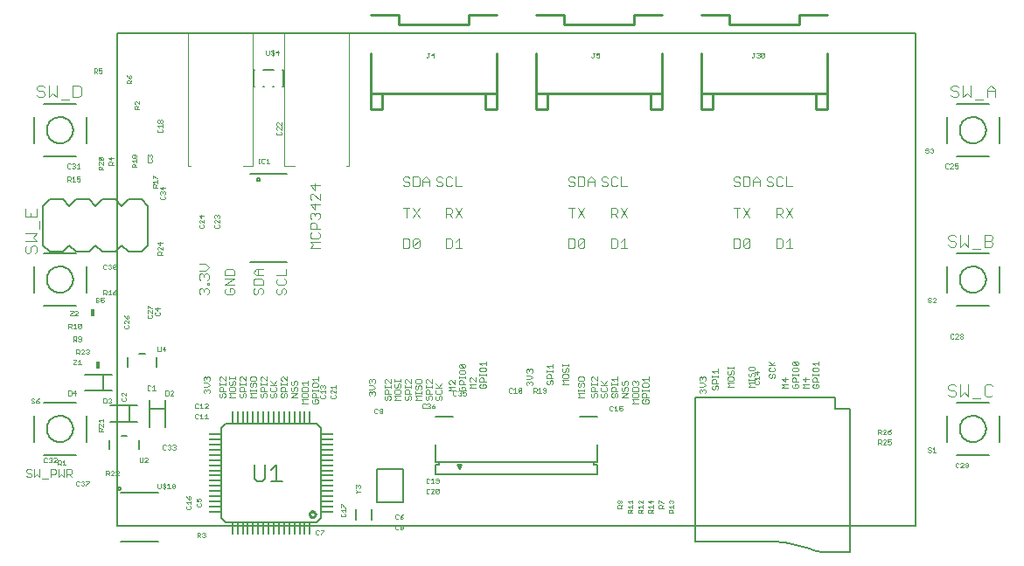
<source format=gto>
G75*
%MOIN*%
%OFA0B0*%
%FSLAX24Y24*%
%IPPOS*%
%LPD*%
%AMOC8*
5,1,8,0,0,1.08239X$1,22.5*
%
%ADD10C,0.0030*%
%ADD11C,0.0020*%
%ADD12C,0.0040*%
%ADD13C,0.0080*%
%ADD14R,0.0180X0.0300*%
%ADD15C,0.0050*%
%ADD16C,0.0100*%
%ADD17R,0.0472X0.0079*%
%ADD18R,0.0079X0.0472*%
%ADD19C,0.0060*%
%ADD20C,0.0039*%
D10*
X006050Y007729D02*
X005999Y007780D01*
X006050Y007729D02*
X006151Y007729D01*
X006202Y007780D01*
X006202Y007831D01*
X006151Y007882D01*
X006050Y007882D01*
X005999Y007932D01*
X005999Y007983D01*
X006050Y008034D01*
X006151Y008034D01*
X006202Y007983D01*
X006307Y008034D02*
X006307Y007729D01*
X006409Y007831D01*
X006510Y007729D01*
X006510Y008034D01*
X006615Y007678D02*
X006818Y007678D01*
X006923Y007729D02*
X006923Y008034D01*
X007076Y008034D01*
X007127Y007983D01*
X007127Y007882D01*
X007076Y007831D01*
X006923Y007831D01*
X007231Y007729D02*
X007333Y007831D01*
X007435Y007729D01*
X007435Y008034D01*
X007540Y008034D02*
X007692Y008034D01*
X007743Y007983D01*
X007743Y007882D01*
X007692Y007831D01*
X007540Y007831D01*
X007641Y007831D02*
X007743Y007729D01*
X007540Y007729D02*
X007540Y008034D01*
X007231Y008034D02*
X007231Y007729D01*
X012649Y014688D02*
X012587Y014750D01*
X012587Y014873D01*
X012649Y014935D01*
X012710Y014935D01*
X012772Y014873D01*
X012834Y014935D01*
X012895Y014935D01*
X012957Y014873D01*
X012957Y014750D01*
X012895Y014688D01*
X012772Y014811D02*
X012772Y014873D01*
X012895Y015056D02*
X012895Y015118D01*
X012957Y015118D01*
X012957Y015056D01*
X012895Y015056D01*
X012895Y015240D02*
X012957Y015302D01*
X012957Y015425D01*
X012895Y015487D01*
X012834Y015487D01*
X012772Y015425D01*
X012772Y015364D01*
X012772Y015425D02*
X012710Y015487D01*
X012649Y015487D01*
X012587Y015425D01*
X012587Y015302D01*
X012649Y015240D01*
X012587Y015609D02*
X012834Y015609D01*
X012957Y015732D01*
X012834Y015855D01*
X012587Y015855D01*
X013571Y015610D02*
X013571Y015424D01*
X013941Y015424D01*
X013941Y015610D01*
X013880Y015671D01*
X013633Y015671D01*
X013571Y015610D01*
X013571Y015303D02*
X013941Y015303D01*
X013571Y015056D01*
X013941Y015056D01*
X013880Y014935D02*
X013756Y014935D01*
X013756Y014811D01*
X013633Y014688D02*
X013571Y014750D01*
X013571Y014873D01*
X013633Y014935D01*
X013880Y014935D02*
X013941Y014873D01*
X013941Y014750D01*
X013880Y014688D01*
X013633Y014688D01*
X014654Y014750D02*
X014715Y014688D01*
X014777Y014688D01*
X014839Y014750D01*
X014839Y014873D01*
X014901Y014935D01*
X014962Y014935D01*
X015024Y014873D01*
X015024Y014750D01*
X014962Y014688D01*
X014654Y014750D02*
X014654Y014873D01*
X014715Y014935D01*
X014654Y015056D02*
X014654Y015241D01*
X014715Y015303D01*
X014962Y015303D01*
X015024Y015241D01*
X015024Y015056D01*
X014654Y015056D01*
X014777Y015424D02*
X014654Y015548D01*
X014777Y015671D01*
X015024Y015671D01*
X014839Y015671D02*
X014839Y015424D01*
X014777Y015424D02*
X015024Y015424D01*
X015540Y015424D02*
X015910Y015424D01*
X015910Y015671D01*
X015848Y015303D02*
X015910Y015241D01*
X015910Y015118D01*
X015848Y015056D01*
X015601Y015056D01*
X015540Y015118D01*
X015540Y015241D01*
X015601Y015303D01*
X015601Y014935D02*
X015540Y014873D01*
X015540Y014750D01*
X015601Y014688D01*
X015663Y014688D01*
X015725Y014750D01*
X015725Y014873D01*
X015786Y014935D01*
X015848Y014935D01*
X015910Y014873D01*
X015910Y014750D01*
X015848Y014688D01*
X016819Y016459D02*
X016943Y016583D01*
X016819Y016706D01*
X017189Y016706D01*
X017128Y016828D02*
X017189Y016890D01*
X017189Y017013D01*
X017128Y017075D01*
X017189Y017196D02*
X016819Y017196D01*
X016819Y017381D01*
X016881Y017443D01*
X017004Y017443D01*
X017066Y017381D01*
X017066Y017196D01*
X016881Y017075D02*
X016819Y017013D01*
X016819Y016890D01*
X016881Y016828D01*
X017128Y016828D01*
X017189Y016459D02*
X016819Y016459D01*
X016881Y017564D02*
X016819Y017626D01*
X016819Y017750D01*
X016881Y017811D01*
X016943Y017811D01*
X017004Y017750D01*
X017066Y017811D01*
X017128Y017811D01*
X017189Y017750D01*
X017189Y017626D01*
X017128Y017564D01*
X017004Y017688D02*
X017004Y017750D01*
X017004Y017933D02*
X017004Y018180D01*
X016881Y018301D02*
X016819Y018363D01*
X016819Y018486D01*
X016881Y018548D01*
X016943Y018548D01*
X017189Y018301D01*
X017189Y018548D01*
X017004Y018669D02*
X017004Y018916D01*
X016819Y018855D02*
X017004Y018669D01*
X017189Y018855D02*
X016819Y018855D01*
X016819Y018118D02*
X017004Y017933D01*
X017189Y018118D02*
X016819Y018118D01*
X020369Y018008D02*
X020616Y018008D01*
X020737Y018008D02*
X020984Y017637D01*
X020737Y017637D02*
X020984Y018008D01*
X020492Y018008D02*
X020492Y017637D01*
X020554Y016827D02*
X020369Y016827D01*
X020369Y016456D01*
X020554Y016456D01*
X020616Y016518D01*
X020616Y016765D01*
X020554Y016827D01*
X020737Y016765D02*
X020799Y016827D01*
X020922Y016827D01*
X020984Y016765D01*
X020737Y016518D01*
X020799Y016456D01*
X020922Y016456D01*
X020984Y016518D01*
X020984Y016765D01*
X020737Y016765D02*
X020737Y016518D01*
X021995Y016456D02*
X022180Y016456D01*
X022241Y016518D01*
X022241Y016765D01*
X022180Y016827D01*
X021995Y016827D01*
X021995Y016456D01*
X022363Y016456D02*
X022610Y016456D01*
X022486Y016456D02*
X022486Y016827D01*
X022363Y016703D01*
X022363Y017637D02*
X022610Y018008D01*
X022363Y018008D02*
X022610Y017637D01*
X022241Y017637D02*
X022118Y017761D01*
X022180Y017761D02*
X021995Y017761D01*
X021995Y017637D02*
X021995Y018008D01*
X022180Y018008D01*
X022241Y017946D01*
X022241Y017823D01*
X022180Y017761D01*
X022180Y018819D02*
X022241Y018880D01*
X022180Y018819D02*
X022056Y018819D01*
X021995Y018880D01*
X021995Y019127D01*
X022056Y019189D01*
X022180Y019189D01*
X022241Y019127D01*
X022363Y019189D02*
X022363Y018819D01*
X022610Y018819D01*
X021873Y018880D02*
X021811Y018819D01*
X021688Y018819D01*
X021626Y018880D01*
X021688Y019004D02*
X021811Y019004D01*
X021873Y018942D01*
X021873Y018880D01*
X021688Y019004D02*
X021626Y019065D01*
X021626Y019127D01*
X021688Y019189D01*
X021811Y019189D01*
X021873Y019127D01*
X021353Y019065D02*
X021353Y018819D01*
X021353Y019004D02*
X021106Y019004D01*
X021106Y019065D02*
X021229Y019189D01*
X021353Y019065D01*
X021106Y019065D02*
X021106Y018819D01*
X020984Y018880D02*
X020984Y019127D01*
X020922Y019189D01*
X020737Y019189D01*
X020737Y018819D01*
X020922Y018819D01*
X020984Y018880D01*
X020616Y018880D02*
X020554Y018819D01*
X020431Y018819D01*
X020369Y018880D01*
X020431Y019004D02*
X020369Y019065D01*
X020369Y019127D01*
X020431Y019189D01*
X020554Y019189D01*
X020616Y019127D01*
X020554Y019004D02*
X020616Y018942D01*
X020616Y018880D01*
X020554Y019004D02*
X020431Y019004D01*
X026668Y019065D02*
X026730Y019004D01*
X026853Y019004D01*
X026915Y018942D01*
X026915Y018880D01*
X026853Y018819D01*
X026730Y018819D01*
X026668Y018880D01*
X026668Y019065D02*
X026668Y019127D01*
X026730Y019189D01*
X026853Y019189D01*
X026915Y019127D01*
X027037Y019189D02*
X027222Y019189D01*
X027283Y019127D01*
X027283Y018880D01*
X027222Y018819D01*
X027037Y018819D01*
X027037Y019189D01*
X027405Y019065D02*
X027528Y019189D01*
X027652Y019065D01*
X027652Y018819D01*
X027652Y019004D02*
X027405Y019004D01*
X027405Y019065D02*
X027405Y018819D01*
X027925Y018880D02*
X027987Y018819D01*
X028111Y018819D01*
X028172Y018880D01*
X028172Y018942D01*
X028111Y019004D01*
X027987Y019004D01*
X027925Y019065D01*
X027925Y019127D01*
X027987Y019189D01*
X028111Y019189D01*
X028172Y019127D01*
X028294Y019127D02*
X028294Y018880D01*
X028356Y018819D01*
X028479Y018819D01*
X028541Y018880D01*
X028662Y018819D02*
X028909Y018819D01*
X028662Y018819D02*
X028662Y019189D01*
X028541Y019127D02*
X028479Y019189D01*
X028356Y019189D01*
X028294Y019127D01*
X028294Y018008D02*
X028479Y018008D01*
X028541Y017946D01*
X028541Y017823D01*
X028479Y017761D01*
X028294Y017761D01*
X028417Y017761D02*
X028541Y017637D01*
X028662Y017637D02*
X028909Y018008D01*
X028662Y018008D02*
X028909Y017637D01*
X028294Y017637D02*
X028294Y018008D01*
X027283Y018008D02*
X027037Y017637D01*
X026792Y017637D02*
X026792Y018008D01*
X026915Y018008D02*
X026668Y018008D01*
X027037Y018008D02*
X027283Y017637D01*
X027222Y016827D02*
X027098Y016827D01*
X027037Y016765D01*
X027037Y016518D01*
X027283Y016765D01*
X027283Y016518D01*
X027222Y016456D01*
X027098Y016456D01*
X027037Y016518D01*
X026915Y016518D02*
X026915Y016765D01*
X026853Y016827D01*
X026668Y016827D01*
X026668Y016456D01*
X026853Y016456D01*
X026915Y016518D01*
X027222Y016827D02*
X027283Y016765D01*
X028294Y016827D02*
X028294Y016456D01*
X028479Y016456D01*
X028541Y016518D01*
X028541Y016765D01*
X028479Y016827D01*
X028294Y016827D01*
X028662Y016703D02*
X028786Y016827D01*
X028786Y016456D01*
X028909Y016456D02*
X028662Y016456D01*
X032967Y016456D02*
X033153Y016456D01*
X033214Y016518D01*
X033214Y016765D01*
X033153Y016827D01*
X032967Y016827D01*
X032967Y016456D01*
X033336Y016518D02*
X033336Y016765D01*
X033397Y016827D01*
X033521Y016827D01*
X033583Y016765D01*
X033336Y016518D01*
X033397Y016456D01*
X033521Y016456D01*
X033583Y016518D01*
X033583Y016765D01*
X033583Y017637D02*
X033336Y018008D01*
X033214Y018008D02*
X032967Y018008D01*
X033091Y018008D02*
X033091Y017637D01*
X033336Y017637D02*
X033583Y018008D01*
X033521Y018819D02*
X033336Y018819D01*
X033336Y019189D01*
X033521Y019189D01*
X033583Y019127D01*
X033583Y018880D01*
X033521Y018819D01*
X033704Y018819D02*
X033704Y019065D01*
X033827Y019189D01*
X033951Y019065D01*
X033951Y018819D01*
X033951Y019004D02*
X033704Y019004D01*
X033214Y018942D02*
X033214Y018880D01*
X033153Y018819D01*
X033029Y018819D01*
X032967Y018880D01*
X033029Y019004D02*
X033153Y019004D01*
X033214Y018942D01*
X033214Y019127D02*
X033153Y019189D01*
X033029Y019189D01*
X032967Y019127D01*
X032967Y019065D01*
X033029Y019004D01*
X034225Y019065D02*
X034286Y019004D01*
X034410Y019004D01*
X034472Y018942D01*
X034472Y018880D01*
X034410Y018819D01*
X034286Y018819D01*
X034225Y018880D01*
X034225Y019065D02*
X034225Y019127D01*
X034286Y019189D01*
X034410Y019189D01*
X034472Y019127D01*
X034593Y019127D02*
X034593Y018880D01*
X034655Y018819D01*
X034778Y018819D01*
X034840Y018880D01*
X034961Y018819D02*
X035208Y018819D01*
X034961Y018819D02*
X034961Y019189D01*
X034840Y019127D02*
X034778Y019189D01*
X034655Y019189D01*
X034593Y019127D01*
X034593Y018008D02*
X034778Y018008D01*
X034840Y017946D01*
X034840Y017823D01*
X034778Y017761D01*
X034593Y017761D01*
X034716Y017761D02*
X034840Y017637D01*
X034961Y017637D02*
X035208Y018008D01*
X034961Y018008D02*
X035208Y017637D01*
X034593Y017637D02*
X034593Y018008D01*
X034593Y016827D02*
X034778Y016827D01*
X034840Y016765D01*
X034840Y016518D01*
X034778Y016456D01*
X034593Y016456D01*
X034593Y016827D01*
X034961Y016703D02*
X035085Y016827D01*
X035085Y016456D01*
X035208Y016456D02*
X034961Y016456D01*
D11*
X035231Y012144D02*
X035388Y011987D01*
X035428Y012026D01*
X035428Y012105D01*
X035388Y012144D01*
X035231Y012144D01*
X035192Y012105D01*
X035192Y012026D01*
X035231Y011987D01*
X035388Y011987D01*
X035388Y011908D02*
X035231Y011908D01*
X035192Y011869D01*
X035192Y011790D01*
X035231Y011751D01*
X035388Y011751D01*
X035428Y011790D01*
X035428Y011869D01*
X035388Y011908D01*
X035428Y011673D02*
X035428Y011594D01*
X035428Y011633D02*
X035192Y011633D01*
X035192Y011594D02*
X035192Y011673D01*
X035231Y011516D02*
X035310Y011516D01*
X035349Y011476D01*
X035349Y011358D01*
X035428Y011358D02*
X035192Y011358D01*
X035192Y011476D01*
X035231Y011516D01*
X035044Y011476D02*
X034808Y011476D01*
X034926Y011358D01*
X034926Y011516D01*
X034808Y011280D02*
X035044Y011280D01*
X035192Y011241D02*
X035192Y011162D01*
X035231Y011123D01*
X035388Y011123D01*
X035428Y011162D01*
X035428Y011241D01*
X035388Y011280D01*
X035310Y011280D01*
X035310Y011201D01*
X035231Y011280D02*
X035192Y011241D01*
X035044Y011123D02*
X034808Y011123D01*
X034886Y011201D01*
X034808Y011280D01*
X034547Y011555D02*
X034507Y011515D01*
X034547Y011555D02*
X034547Y011633D01*
X034507Y011673D01*
X034468Y011673D01*
X034429Y011633D01*
X034429Y011555D01*
X034389Y011515D01*
X034350Y011515D01*
X034311Y011555D01*
X034311Y011633D01*
X034350Y011673D01*
X034350Y011751D02*
X034507Y011751D01*
X034547Y011790D01*
X034547Y011869D01*
X034507Y011908D01*
X034468Y011987D02*
X034311Y012144D01*
X034311Y011987D02*
X034547Y011987D01*
X034429Y012026D02*
X034547Y012144D01*
X034350Y011908D02*
X034311Y011869D01*
X034311Y011790D01*
X034350Y011751D01*
X033940Y011722D02*
X033763Y011722D01*
X033852Y011634D01*
X033852Y011752D01*
X033759Y011829D02*
X033759Y011908D01*
X033720Y011947D01*
X033563Y011947D01*
X033523Y011908D01*
X033523Y011829D01*
X033563Y011790D01*
X033720Y011790D01*
X033759Y011829D01*
X033720Y011711D02*
X033759Y011672D01*
X033759Y011593D01*
X033720Y011554D01*
X033763Y011512D02*
X033940Y011512D01*
X033940Y011453D02*
X033940Y011571D01*
X033822Y011453D02*
X033763Y011512D01*
X033759Y011476D02*
X033759Y011397D01*
X033793Y011389D02*
X033763Y011360D01*
X033763Y011301D01*
X033793Y011271D01*
X033911Y011271D01*
X033940Y011301D01*
X033940Y011360D01*
X033911Y011389D01*
X033759Y011436D02*
X033523Y011436D01*
X033523Y011397D02*
X033523Y011476D01*
X033563Y011554D02*
X033602Y011554D01*
X033641Y011593D01*
X033641Y011672D01*
X033681Y011711D01*
X033720Y011711D01*
X033563Y011711D02*
X033523Y011672D01*
X033523Y011593D01*
X033563Y011554D01*
X033523Y011319D02*
X033759Y011319D01*
X033759Y011161D02*
X033523Y011161D01*
X033602Y011240D01*
X033523Y011319D01*
X032972Y011319D02*
X032736Y011319D01*
X032815Y011240D01*
X032736Y011161D01*
X032972Y011161D01*
X032933Y011397D02*
X032972Y011436D01*
X032972Y011515D01*
X032933Y011554D01*
X032775Y011554D01*
X032736Y011515D01*
X032736Y011436D01*
X032775Y011397D01*
X032933Y011397D01*
X032933Y011633D02*
X032972Y011672D01*
X032972Y011751D01*
X032933Y011790D01*
X032893Y011790D01*
X032854Y011751D01*
X032854Y011672D01*
X032815Y011633D01*
X032775Y011633D01*
X032736Y011672D01*
X032736Y011751D01*
X032775Y011790D01*
X032736Y011868D02*
X032736Y011947D01*
X032736Y011908D02*
X032972Y011908D01*
X032972Y011947D02*
X032972Y011868D01*
X032381Y011849D02*
X032381Y011691D01*
X032381Y011613D02*
X032381Y011534D01*
X032381Y011574D02*
X032145Y011574D01*
X032145Y011613D02*
X032145Y011534D01*
X032185Y011456D02*
X032145Y011417D01*
X032145Y011299D01*
X032381Y011299D01*
X032303Y011299D02*
X032303Y011417D01*
X032263Y011456D01*
X032185Y011456D01*
X032185Y011220D02*
X032145Y011181D01*
X032145Y011102D01*
X032185Y011063D01*
X032224Y011063D01*
X032263Y011102D01*
X032263Y011181D01*
X032303Y011220D01*
X032342Y011220D01*
X032381Y011181D01*
X032381Y011102D01*
X032342Y011063D01*
X031889Y011043D02*
X031889Y010964D01*
X031850Y010925D01*
X031771Y011003D02*
X031771Y011043D01*
X031811Y011082D01*
X031850Y011082D01*
X031889Y011043D01*
X031771Y011043D02*
X031732Y011082D01*
X031693Y011082D01*
X031653Y011043D01*
X031653Y010964D01*
X031693Y010925D01*
X031653Y011160D02*
X031811Y011160D01*
X031889Y011239D01*
X031811Y011318D01*
X031653Y011318D01*
X031693Y011396D02*
X031653Y011435D01*
X031653Y011514D01*
X031693Y011553D01*
X031732Y011553D01*
X031771Y011514D01*
X031811Y011553D01*
X031850Y011553D01*
X031889Y011514D01*
X031889Y011435D01*
X031850Y011396D01*
X031771Y011475D02*
X031771Y011514D01*
X032145Y011770D02*
X032381Y011770D01*
X032224Y011691D02*
X032145Y011770D01*
X029719Y011553D02*
X029719Y011396D01*
X029719Y011475D02*
X029483Y011475D01*
X029562Y011396D01*
X029522Y011318D02*
X029483Y011278D01*
X029483Y011200D01*
X029522Y011160D01*
X029680Y011160D01*
X029719Y011200D01*
X029719Y011278D01*
X029680Y011318D01*
X029522Y011318D01*
X029335Y011357D02*
X029335Y011278D01*
X029296Y011239D01*
X029296Y011161D02*
X029138Y011161D01*
X029099Y011121D01*
X029099Y011003D01*
X029335Y011003D01*
X029335Y011121D01*
X029296Y011161D01*
X029217Y011318D02*
X029217Y011357D01*
X029256Y011396D01*
X029296Y011396D01*
X029335Y011357D01*
X029217Y011357D02*
X029178Y011396D01*
X029138Y011396D01*
X029099Y011357D01*
X029099Y011278D01*
X029138Y011239D01*
X028932Y011278D02*
X028892Y011239D01*
X028932Y011278D02*
X028932Y011357D01*
X028892Y011396D01*
X028853Y011396D01*
X028814Y011357D01*
X028814Y011278D01*
X028774Y011239D01*
X028735Y011239D01*
X028695Y011278D01*
X028695Y011357D01*
X028735Y011396D01*
X028548Y011396D02*
X028548Y011553D01*
X028548Y011475D02*
X028312Y011475D01*
X028390Y011396D01*
X028312Y011318D02*
X028312Y011239D01*
X028312Y011278D02*
X028548Y011278D01*
X028548Y011239D02*
X028548Y011318D01*
X028430Y011161D02*
X028469Y011121D01*
X028469Y011003D01*
X028469Y010925D02*
X028508Y010925D01*
X028548Y010886D01*
X028548Y010807D01*
X028508Y010768D01*
X028430Y010807D02*
X028430Y010886D01*
X028469Y010925D01*
X028548Y011003D02*
X028312Y011003D01*
X028312Y011121D01*
X028351Y011161D01*
X028430Y011161D01*
X028351Y010925D02*
X028312Y010886D01*
X028312Y010807D01*
X028351Y010768D01*
X028390Y010768D01*
X028430Y010807D01*
X028695Y010768D02*
X028932Y010925D01*
X028695Y010925D01*
X028735Y011003D02*
X028774Y011003D01*
X028814Y011043D01*
X028814Y011121D01*
X028853Y011161D01*
X028892Y011161D01*
X028932Y011121D01*
X028932Y011043D01*
X028892Y011003D01*
X028735Y011003D02*
X028695Y011043D01*
X028695Y011121D01*
X028735Y011161D01*
X028695Y010768D02*
X028932Y010768D01*
X029099Y010807D02*
X029138Y010768D01*
X029296Y010768D01*
X029335Y010807D01*
X029335Y010886D01*
X029296Y010925D01*
X029138Y010925D01*
X029099Y010886D01*
X029099Y010807D01*
X029099Y010689D02*
X029335Y010689D01*
X029483Y010650D02*
X029483Y010571D01*
X029522Y010532D01*
X029680Y010532D01*
X029719Y010571D01*
X029719Y010650D01*
X029680Y010689D01*
X029601Y010689D01*
X029601Y010611D01*
X029522Y010689D02*
X029483Y010650D01*
X029483Y010768D02*
X029483Y010886D01*
X029522Y010925D01*
X029601Y010925D01*
X029640Y010886D01*
X029640Y010768D01*
X029719Y010768D02*
X029483Y010768D01*
X029483Y011003D02*
X029483Y011082D01*
X029483Y011043D02*
X029719Y011043D01*
X029719Y011082D02*
X029719Y011003D01*
X029335Y010532D02*
X029099Y010532D01*
X029178Y010611D01*
X029099Y010689D01*
X028719Y010431D02*
X028601Y010431D01*
X028601Y010342D01*
X028660Y010372D01*
X028689Y010372D01*
X028719Y010342D01*
X028719Y010283D01*
X028689Y010254D01*
X028630Y010254D01*
X028601Y010283D01*
X028537Y010254D02*
X028419Y010254D01*
X028478Y010254D02*
X028478Y010431D01*
X028419Y010372D01*
X028356Y010401D02*
X028327Y010431D01*
X028268Y010431D01*
X028238Y010401D01*
X028238Y010283D01*
X028268Y010254D01*
X028327Y010254D01*
X028356Y010283D01*
X028105Y010768D02*
X028144Y010807D01*
X028144Y010886D01*
X028105Y010925D01*
X028065Y010925D01*
X028026Y010886D01*
X028026Y010807D01*
X027987Y010768D01*
X027947Y010768D01*
X027908Y010807D01*
X027908Y010886D01*
X027947Y010925D01*
X027947Y011003D02*
X028105Y011003D01*
X028144Y011043D01*
X028144Y011121D01*
X028105Y011161D01*
X028144Y011239D02*
X027908Y011239D01*
X027947Y011161D02*
X027908Y011121D01*
X027908Y011043D01*
X027947Y011003D01*
X027760Y011003D02*
X027524Y011003D01*
X027524Y011121D01*
X027564Y011161D01*
X027642Y011161D01*
X027682Y011121D01*
X027682Y011003D01*
X027682Y010925D02*
X027721Y010925D01*
X027760Y010886D01*
X027760Y010807D01*
X027721Y010768D01*
X027642Y010807D02*
X027642Y010886D01*
X027682Y010925D01*
X027564Y010925D02*
X027524Y010886D01*
X027524Y010807D01*
X027564Y010768D01*
X027603Y010768D01*
X027642Y010807D01*
X027263Y010768D02*
X027027Y010768D01*
X027106Y010846D01*
X027027Y010925D01*
X027263Y010925D01*
X027263Y011003D02*
X027263Y011082D01*
X027263Y011043D02*
X027027Y011043D01*
X027027Y011082D02*
X027027Y011003D01*
X027067Y011160D02*
X027106Y011160D01*
X027145Y011200D01*
X027145Y011278D01*
X027185Y011318D01*
X027224Y011318D01*
X027263Y011278D01*
X027263Y011200D01*
X027224Y011160D01*
X027067Y011160D02*
X027027Y011200D01*
X027027Y011278D01*
X027067Y011318D01*
X027067Y011396D02*
X027224Y011396D01*
X027263Y011435D01*
X027263Y011514D01*
X027224Y011553D01*
X027067Y011553D01*
X027027Y011514D01*
X027027Y011435D01*
X027067Y011396D01*
X026673Y011417D02*
X026437Y011417D01*
X026515Y011338D01*
X026437Y011260D01*
X026673Y011260D01*
X026633Y011495D02*
X026673Y011535D01*
X026673Y011613D01*
X026633Y011653D01*
X026476Y011653D01*
X026437Y011613D01*
X026437Y011535D01*
X026476Y011495D01*
X026633Y011495D01*
X026633Y011731D02*
X026673Y011770D01*
X026673Y011849D01*
X026633Y011888D01*
X026594Y011888D01*
X026555Y011849D01*
X026555Y011770D01*
X026515Y011731D01*
X026476Y011731D01*
X026437Y011770D01*
X026437Y011849D01*
X026476Y011888D01*
X026437Y011967D02*
X026437Y012045D01*
X026437Y012006D02*
X026673Y012006D01*
X026673Y011967D02*
X026673Y012045D01*
X026082Y012046D02*
X026082Y011888D01*
X026082Y011810D02*
X026082Y011731D01*
X026082Y011770D02*
X025846Y011770D01*
X025846Y011731D02*
X025846Y011810D01*
X025925Y011888D02*
X025846Y011967D01*
X026082Y011967D01*
X025964Y011653D02*
X026003Y011613D01*
X026003Y011495D01*
X026003Y011417D02*
X026043Y011417D01*
X026082Y011378D01*
X026082Y011299D01*
X026043Y011260D01*
X025964Y011299D02*
X025964Y011378D01*
X026003Y011417D01*
X026082Y011495D02*
X025846Y011495D01*
X025846Y011613D01*
X025885Y011653D01*
X025964Y011653D01*
X025885Y011417D02*
X025846Y011378D01*
X025846Y011299D01*
X025885Y011260D01*
X025925Y011260D01*
X025964Y011299D01*
X025783Y011120D02*
X025724Y011120D01*
X025695Y011090D01*
X025695Y011061D01*
X025724Y011031D01*
X025813Y011031D01*
X025813Y010972D02*
X025813Y011090D01*
X025783Y011120D01*
X025813Y010972D02*
X025783Y010943D01*
X025724Y010943D01*
X025695Y010972D01*
X025631Y010943D02*
X025513Y010943D01*
X025572Y010943D02*
X025572Y011120D01*
X025513Y011061D01*
X025450Y011090D02*
X025450Y011031D01*
X025421Y011002D01*
X025332Y011002D01*
X025391Y011002D02*
X025450Y010943D01*
X025332Y010943D02*
X025332Y011120D01*
X025421Y011120D01*
X025450Y011090D01*
X025295Y011259D02*
X025255Y011220D01*
X025295Y011259D02*
X025295Y011338D01*
X025255Y011377D01*
X025216Y011377D01*
X025177Y011338D01*
X025177Y011299D01*
X025177Y011338D02*
X025137Y011377D01*
X025098Y011377D01*
X025059Y011338D01*
X025059Y011259D01*
X025098Y011220D01*
X025059Y011456D02*
X025216Y011456D01*
X025295Y011534D01*
X025216Y011613D01*
X025059Y011613D01*
X025098Y011691D02*
X025059Y011731D01*
X025059Y011809D01*
X025098Y011849D01*
X025137Y011849D01*
X025177Y011809D01*
X025216Y011849D01*
X025255Y011849D01*
X025295Y011809D01*
X025295Y011731D01*
X025255Y011691D01*
X025177Y011770D02*
X025177Y011809D01*
X024850Y011120D02*
X024880Y011090D01*
X024762Y010972D01*
X024791Y010943D01*
X024850Y010943D01*
X024880Y010972D01*
X024880Y011090D01*
X024850Y011120D02*
X024791Y011120D01*
X024762Y011090D01*
X024762Y010972D01*
X024699Y010943D02*
X024581Y010943D01*
X024640Y010943D02*
X024640Y011120D01*
X024581Y011061D01*
X024517Y011090D02*
X024488Y011120D01*
X024429Y011120D01*
X024399Y011090D01*
X024399Y010972D01*
X024429Y010943D01*
X024488Y010943D01*
X024517Y010972D01*
X023518Y011162D02*
X023518Y011241D01*
X023479Y011280D01*
X023400Y011280D01*
X023400Y011201D01*
X023321Y011123D02*
X023479Y011123D01*
X023518Y011162D01*
X023518Y011358D02*
X023282Y011358D01*
X023282Y011476D01*
X023321Y011516D01*
X023400Y011516D01*
X023440Y011476D01*
X023440Y011358D01*
X023321Y011280D02*
X023282Y011241D01*
X023282Y011162D01*
X023321Y011123D01*
X023134Y011123D02*
X022898Y011123D01*
X022977Y011201D01*
X022898Y011280D01*
X023134Y011280D01*
X023134Y011358D02*
X022977Y011516D01*
X022938Y011516D01*
X022898Y011476D01*
X022898Y011398D01*
X022938Y011358D01*
X023134Y011358D02*
X023134Y011516D01*
X023282Y011594D02*
X023282Y011673D01*
X023282Y011633D02*
X023518Y011633D01*
X023518Y011594D02*
X023518Y011673D01*
X023479Y011751D02*
X023518Y011790D01*
X023518Y011869D01*
X023479Y011908D01*
X023321Y011908D01*
X023282Y011869D01*
X023282Y011790D01*
X023321Y011751D01*
X023479Y011751D01*
X023518Y011987D02*
X023518Y012144D01*
X023518Y012065D02*
X023282Y012065D01*
X023361Y011987D01*
X022731Y012006D02*
X022731Y011927D01*
X022691Y011888D01*
X022534Y012046D01*
X022691Y012046D01*
X022731Y012006D01*
X022691Y011888D02*
X022534Y011888D01*
X022495Y011927D01*
X022495Y012006D01*
X022534Y012046D01*
X022534Y011810D02*
X022495Y011771D01*
X022495Y011692D01*
X022534Y011653D01*
X022691Y011653D01*
X022731Y011692D01*
X022731Y011771D01*
X022691Y011810D01*
X022534Y011810D01*
X022495Y011574D02*
X022495Y011495D01*
X022495Y011535D02*
X022731Y011535D01*
X022731Y011574D02*
X022731Y011495D01*
X022652Y011378D02*
X022652Y011260D01*
X022731Y011260D02*
X022495Y011260D01*
X022495Y011378D01*
X022534Y011417D01*
X022613Y011417D01*
X022652Y011378D01*
X022691Y011182D02*
X022613Y011182D01*
X022613Y011103D01*
X022643Y011021D02*
X022643Y010933D01*
X022702Y010962D01*
X022732Y010962D01*
X022761Y010933D01*
X022761Y010874D01*
X022732Y010844D01*
X022673Y010844D01*
X022643Y010874D01*
X022580Y010874D02*
X022551Y010844D01*
X022492Y010844D01*
X022462Y010874D01*
X022399Y010874D02*
X022369Y010844D01*
X022310Y010844D01*
X022281Y010874D01*
X022281Y010992D01*
X022310Y011021D01*
X022369Y011021D01*
X022399Y010992D01*
X022347Y011024D02*
X022111Y011024D01*
X022190Y011103D01*
X022111Y011182D01*
X022347Y011182D01*
X022347Y011260D02*
X022190Y011417D01*
X022150Y011417D01*
X022111Y011378D01*
X022111Y011299D01*
X022150Y011260D01*
X022347Y011260D02*
X022347Y011417D01*
X022534Y011182D02*
X022495Y011142D01*
X022495Y011064D01*
X022534Y011024D01*
X022691Y011024D01*
X022731Y011064D01*
X022731Y011142D01*
X022691Y011182D01*
X022643Y011021D02*
X022761Y011021D01*
X022580Y010992D02*
X022580Y010962D01*
X022551Y010933D01*
X022580Y010903D01*
X022580Y010874D01*
X022551Y010933D02*
X022521Y010933D01*
X022462Y010992D02*
X022492Y011021D01*
X022551Y011021D01*
X022580Y010992D01*
X021845Y011023D02*
X021806Y011062D01*
X021845Y011023D02*
X021845Y010944D01*
X021806Y010905D01*
X021648Y010905D01*
X021609Y010944D01*
X021609Y011023D01*
X021648Y011062D01*
X021609Y011141D02*
X021845Y011141D01*
X021766Y011141D02*
X021609Y011298D01*
X021461Y011298D02*
X021304Y011455D01*
X021264Y011455D01*
X021225Y011416D01*
X021225Y011337D01*
X021264Y011298D01*
X021225Y011219D02*
X021225Y011141D01*
X021225Y011180D02*
X021461Y011180D01*
X021461Y011141D02*
X021461Y011219D01*
X021461Y011298D02*
X021461Y011455D01*
X021727Y011180D02*
X021845Y011298D01*
X021806Y010827D02*
X021845Y010787D01*
X021845Y010709D01*
X021806Y010669D01*
X021727Y010709D02*
X021727Y010787D01*
X021766Y010827D01*
X021806Y010827D01*
X021727Y010709D02*
X021688Y010669D01*
X021648Y010669D01*
X021609Y010709D01*
X021609Y010787D01*
X021648Y010827D01*
X021461Y010787D02*
X021461Y010709D01*
X021422Y010669D01*
X021343Y010709D02*
X021343Y010787D01*
X021382Y010827D01*
X021422Y010827D01*
X021461Y010787D01*
X021461Y010905D02*
X021225Y010905D01*
X021225Y011023D01*
X021264Y011062D01*
X021343Y011062D01*
X021382Y011023D01*
X021382Y010905D01*
X021264Y010827D02*
X021225Y010787D01*
X021225Y010709D01*
X021264Y010669D01*
X021304Y010669D01*
X021343Y010709D01*
X021370Y010529D02*
X021399Y010500D01*
X021399Y010470D01*
X021370Y010441D01*
X021399Y010411D01*
X021399Y010382D01*
X021370Y010352D01*
X021311Y010352D01*
X021281Y010382D01*
X021218Y010382D02*
X021188Y010352D01*
X021129Y010352D01*
X021100Y010382D01*
X021100Y010500D01*
X021129Y010529D01*
X021188Y010529D01*
X021218Y010500D01*
X021281Y010500D02*
X021311Y010529D01*
X021370Y010529D01*
X021370Y010441D02*
X021340Y010441D01*
X021462Y010441D02*
X021551Y010441D01*
X021580Y010411D01*
X021580Y010382D01*
X021551Y010352D01*
X021492Y010352D01*
X021462Y010382D01*
X021462Y010441D01*
X021521Y010500D01*
X021580Y010529D01*
X021058Y010669D02*
X020821Y010669D01*
X020900Y010748D01*
X020821Y010827D01*
X021058Y010827D01*
X021058Y010905D02*
X021058Y010984D01*
X021058Y010944D02*
X020821Y010944D01*
X020821Y010905D02*
X020821Y010984D01*
X020861Y011062D02*
X020821Y011101D01*
X020821Y011180D01*
X020861Y011219D01*
X020861Y011298D02*
X021018Y011298D01*
X021058Y011337D01*
X021058Y011416D01*
X021018Y011455D01*
X020861Y011455D01*
X020821Y011416D01*
X020821Y011337D01*
X020861Y011298D01*
X020979Y011219D02*
X021018Y011219D01*
X021058Y011180D01*
X021058Y011101D01*
X021018Y011062D01*
X020940Y011101D02*
X020940Y011180D01*
X020979Y011219D01*
X020940Y011101D02*
X020900Y011062D01*
X020861Y011062D01*
X020674Y011141D02*
X020674Y011219D01*
X020674Y011180D02*
X020438Y011180D01*
X020438Y011141D02*
X020438Y011219D01*
X020477Y011298D02*
X020438Y011337D01*
X020438Y011416D01*
X020477Y011455D01*
X020516Y011455D01*
X020674Y011298D01*
X020674Y011455D01*
X020270Y011455D02*
X020270Y011376D01*
X020270Y011415D02*
X020034Y011415D01*
X020034Y011376D02*
X020034Y011455D01*
X019886Y011455D02*
X019886Y011298D01*
X019729Y011455D01*
X019690Y011455D01*
X019650Y011416D01*
X019650Y011337D01*
X019690Y011298D01*
X019650Y011219D02*
X019650Y011141D01*
X019650Y011180D02*
X019886Y011180D01*
X019886Y011141D02*
X019886Y011219D01*
X020034Y011180D02*
X020073Y011141D01*
X020113Y011141D01*
X020152Y011180D01*
X020152Y011259D01*
X020191Y011298D01*
X020231Y011298D01*
X020270Y011259D01*
X020270Y011180D01*
X020231Y011141D01*
X020231Y011062D02*
X020073Y011062D01*
X020034Y011023D01*
X020034Y010944D01*
X020073Y010905D01*
X020231Y010905D01*
X020270Y010944D01*
X020270Y011023D01*
X020231Y011062D01*
X020438Y011023D02*
X020477Y011062D01*
X020556Y011062D01*
X020595Y011023D01*
X020595Y010905D01*
X020595Y010827D02*
X020634Y010827D01*
X020674Y010787D01*
X020674Y010709D01*
X020634Y010669D01*
X020556Y010709D02*
X020556Y010787D01*
X020595Y010827D01*
X020674Y010905D02*
X020438Y010905D01*
X020438Y011023D01*
X020477Y010827D02*
X020438Y010787D01*
X020438Y010709D01*
X020477Y010669D01*
X020516Y010669D01*
X020556Y010709D01*
X020270Y010669D02*
X020034Y010669D01*
X020113Y010748D01*
X020034Y010827D01*
X020270Y010827D01*
X019886Y010787D02*
X019886Y010709D01*
X019847Y010669D01*
X019768Y010709D02*
X019768Y010787D01*
X019808Y010827D01*
X019847Y010827D01*
X019886Y010787D01*
X019886Y010905D02*
X019650Y010905D01*
X019650Y011023D01*
X019690Y011062D01*
X019768Y011062D01*
X019808Y011023D01*
X019808Y010905D01*
X019690Y010827D02*
X019650Y010787D01*
X019650Y010709D01*
X019690Y010669D01*
X019729Y010669D01*
X019768Y010709D01*
X019551Y010332D02*
X019581Y010303D01*
X019581Y010273D01*
X019551Y010244D01*
X019492Y010244D01*
X019463Y010273D01*
X019463Y010303D01*
X019492Y010332D01*
X019551Y010332D01*
X019551Y010244D02*
X019581Y010214D01*
X019581Y010185D01*
X019551Y010155D01*
X019492Y010155D01*
X019463Y010185D01*
X019463Y010214D01*
X019492Y010244D01*
X019399Y010303D02*
X019370Y010332D01*
X019311Y010332D01*
X019281Y010303D01*
X019281Y010185D01*
X019311Y010155D01*
X019370Y010155D01*
X019399Y010185D01*
X019252Y010826D02*
X019291Y010866D01*
X019291Y010944D01*
X019252Y010984D01*
X019212Y010984D01*
X019173Y010944D01*
X019173Y010905D01*
X019173Y010944D02*
X019133Y010984D01*
X019094Y010984D01*
X019055Y010944D01*
X019055Y010866D01*
X019094Y010826D01*
X019055Y011062D02*
X019212Y011062D01*
X019291Y011141D01*
X019212Y011219D01*
X019055Y011219D01*
X019094Y011298D02*
X019055Y011337D01*
X019055Y011416D01*
X019094Y011455D01*
X019133Y011455D01*
X019173Y011416D01*
X019212Y011455D01*
X019252Y011455D01*
X019291Y011416D01*
X019291Y011337D01*
X019252Y011298D01*
X019173Y011376D02*
X019173Y011416D01*
X020034Y011259D02*
X020034Y011180D01*
X020034Y011259D02*
X020073Y011298D01*
X017785Y011226D02*
X017785Y011108D01*
X017785Y011167D02*
X017608Y011167D01*
X017667Y011108D01*
X017667Y011045D02*
X017637Y011045D01*
X017608Y011016D01*
X017608Y010957D01*
X017637Y010927D01*
X017637Y010864D02*
X017608Y010834D01*
X017608Y010775D01*
X017637Y010746D01*
X017755Y010746D01*
X017785Y010775D01*
X017785Y010834D01*
X017755Y010864D01*
X017785Y010927D02*
X017667Y011045D01*
X017785Y011045D02*
X017785Y010927D01*
X017391Y010927D02*
X017391Y011045D01*
X017391Y010986D02*
X017214Y010986D01*
X017273Y010927D01*
X017244Y010864D02*
X017214Y010834D01*
X017214Y010775D01*
X017244Y010746D01*
X017362Y010746D01*
X017391Y010775D01*
X017391Y010834D01*
X017362Y010864D01*
X017362Y011108D02*
X017391Y011138D01*
X017391Y011197D01*
X017362Y011226D01*
X017332Y011226D01*
X017303Y011197D01*
X017303Y011167D01*
X017303Y011197D02*
X017273Y011226D01*
X017244Y011226D01*
X017214Y011197D01*
X017214Y011138D01*
X017244Y011108D01*
X017121Y011082D02*
X017121Y011003D01*
X017121Y011043D02*
X016884Y011043D01*
X016884Y011082D02*
X016884Y011003D01*
X016924Y010925D02*
X017003Y010925D01*
X017042Y010886D01*
X017042Y010768D01*
X017121Y010768D02*
X016884Y010768D01*
X016884Y010886D01*
X016924Y010925D01*
X016737Y010886D02*
X016697Y010925D01*
X016540Y010925D01*
X016501Y010886D01*
X016501Y010807D01*
X016540Y010768D01*
X016697Y010768D01*
X016737Y010807D01*
X016737Y010886D01*
X016737Y011003D02*
X016737Y011121D01*
X016697Y011161D01*
X016540Y011161D01*
X016501Y011121D01*
X016501Y011003D01*
X016737Y011003D01*
X016737Y011239D02*
X016737Y011396D01*
X016737Y011318D02*
X016501Y011318D01*
X016579Y011239D01*
X016333Y011278D02*
X016294Y011239D01*
X016333Y011278D02*
X016333Y011357D01*
X016294Y011396D01*
X016254Y011396D01*
X016215Y011357D01*
X016215Y011278D01*
X016176Y011239D01*
X016136Y011239D01*
X016097Y011278D01*
X016097Y011357D01*
X016136Y011396D01*
X015949Y011396D02*
X015792Y011553D01*
X015753Y011553D01*
X015713Y011514D01*
X015713Y011435D01*
X015753Y011396D01*
X015713Y011318D02*
X015713Y011239D01*
X015713Y011278D02*
X015949Y011278D01*
X015949Y011239D02*
X015949Y011318D01*
X015949Y011396D02*
X015949Y011553D01*
X015831Y011161D02*
X015871Y011121D01*
X015871Y011003D01*
X015871Y010925D02*
X015910Y010925D01*
X015949Y010886D01*
X015949Y010807D01*
X015910Y010768D01*
X015831Y010807D02*
X015831Y010886D01*
X015871Y010925D01*
X015949Y011003D02*
X015713Y011003D01*
X015713Y011121D01*
X015753Y011161D01*
X015831Y011161D01*
X015753Y010925D02*
X015713Y010886D01*
X015713Y010807D01*
X015753Y010768D01*
X015792Y010768D01*
X015831Y010807D01*
X016097Y010768D02*
X016333Y010925D01*
X016097Y010925D01*
X016136Y011003D02*
X016176Y011003D01*
X016215Y011043D01*
X016215Y011121D01*
X016254Y011161D01*
X016294Y011161D01*
X016333Y011121D01*
X016333Y011043D01*
X016294Y011003D01*
X016136Y011003D02*
X016097Y011043D01*
X016097Y011121D01*
X016136Y011161D01*
X016097Y010768D02*
X016333Y010768D01*
X016501Y010689D02*
X016737Y010689D01*
X016884Y010650D02*
X016884Y010571D01*
X016924Y010532D01*
X017081Y010532D01*
X017121Y010571D01*
X017121Y010650D01*
X017081Y010689D01*
X017003Y010689D01*
X017003Y010611D01*
X016924Y010689D02*
X016884Y010650D01*
X016737Y010532D02*
X016501Y010532D01*
X016579Y010611D01*
X016501Y010689D01*
X016924Y011160D02*
X017081Y011160D01*
X017121Y011200D01*
X017121Y011278D01*
X017081Y011318D01*
X016924Y011318D01*
X016884Y011278D01*
X016884Y011200D01*
X016924Y011160D01*
X016963Y011396D02*
X016884Y011475D01*
X017121Y011475D01*
X017121Y011553D02*
X017121Y011396D01*
X015546Y011396D02*
X015428Y011278D01*
X015467Y011239D02*
X015310Y011396D01*
X015162Y011396D02*
X015005Y011553D01*
X014965Y011553D01*
X014926Y011514D01*
X014926Y011435D01*
X014965Y011396D01*
X014926Y011318D02*
X014926Y011239D01*
X014926Y011278D02*
X015162Y011278D01*
X015162Y011239D02*
X015162Y011318D01*
X015162Y011396D02*
X015162Y011553D01*
X015310Y011239D02*
X015546Y011239D01*
X015506Y011161D02*
X015546Y011121D01*
X015546Y011043D01*
X015506Y011003D01*
X015349Y011003D01*
X015310Y011043D01*
X015310Y011121D01*
X015349Y011161D01*
X015349Y010925D02*
X015310Y010886D01*
X015310Y010807D01*
X015349Y010768D01*
X015388Y010768D01*
X015428Y010807D01*
X015428Y010886D01*
X015467Y010925D01*
X015506Y010925D01*
X015546Y010886D01*
X015546Y010807D01*
X015506Y010768D01*
X015162Y010807D02*
X015123Y010768D01*
X015162Y010807D02*
X015162Y010886D01*
X015123Y010925D01*
X015083Y010925D01*
X015044Y010886D01*
X015044Y010807D01*
X015005Y010768D01*
X014965Y010768D01*
X014926Y010807D01*
X014926Y010886D01*
X014965Y010925D01*
X014926Y011003D02*
X015162Y011003D01*
X015083Y011003D02*
X015083Y011121D01*
X015044Y011161D01*
X014965Y011161D01*
X014926Y011121D01*
X014926Y011003D01*
X014758Y011003D02*
X014758Y011082D01*
X014758Y011043D02*
X014522Y011043D01*
X014522Y011082D02*
X014522Y011003D01*
X014522Y010925D02*
X014758Y010925D01*
X014758Y010768D02*
X014522Y010768D01*
X014601Y010846D01*
X014522Y010925D01*
X014375Y010886D02*
X014375Y010807D01*
X014335Y010768D01*
X014256Y010807D02*
X014256Y010886D01*
X014296Y010925D01*
X014335Y010925D01*
X014375Y010886D01*
X014375Y011003D02*
X014138Y011003D01*
X014138Y011121D01*
X014178Y011161D01*
X014256Y011161D01*
X014296Y011121D01*
X014296Y011003D01*
X014178Y010925D02*
X014138Y010886D01*
X014138Y010807D01*
X014178Y010768D01*
X014217Y010768D01*
X014256Y010807D01*
X013971Y010768D02*
X013735Y010768D01*
X013814Y010846D01*
X013735Y010925D01*
X013971Y010925D01*
X013932Y011003D02*
X013971Y011043D01*
X013971Y011121D01*
X013932Y011161D01*
X013774Y011161D01*
X013735Y011121D01*
X013735Y011043D01*
X013774Y011003D01*
X013932Y011003D01*
X013932Y011239D02*
X013971Y011278D01*
X013971Y011357D01*
X013932Y011396D01*
X013892Y011396D01*
X013853Y011357D01*
X013853Y011278D01*
X013814Y011239D01*
X013774Y011239D01*
X013735Y011278D01*
X013735Y011357D01*
X013774Y011396D01*
X013735Y011475D02*
X013735Y011553D01*
X013735Y011514D02*
X013971Y011514D01*
X013971Y011475D02*
X013971Y011553D01*
X014138Y011514D02*
X014138Y011435D01*
X014178Y011396D01*
X014138Y011318D02*
X014138Y011239D01*
X014138Y011278D02*
X014375Y011278D01*
X014375Y011239D02*
X014375Y011318D01*
X014375Y011396D02*
X014217Y011553D01*
X014178Y011553D01*
X014138Y011514D01*
X014375Y011553D02*
X014375Y011396D01*
X014522Y011435D02*
X014562Y011396D01*
X014719Y011396D01*
X014758Y011435D01*
X014758Y011514D01*
X014719Y011553D01*
X014562Y011553D01*
X014522Y011514D01*
X014522Y011435D01*
X014562Y011318D02*
X014522Y011278D01*
X014522Y011200D01*
X014562Y011160D01*
X014601Y011160D01*
X014640Y011200D01*
X014640Y011278D01*
X014680Y011318D01*
X014719Y011318D01*
X014758Y011278D01*
X014758Y011200D01*
X014719Y011160D01*
X013587Y011239D02*
X013587Y011318D01*
X013587Y011278D02*
X013351Y011278D01*
X013351Y011239D02*
X013351Y011318D01*
X013390Y011396D02*
X013351Y011435D01*
X013351Y011514D01*
X013390Y011553D01*
X013430Y011553D01*
X013587Y011396D01*
X013587Y011553D01*
X013469Y011161D02*
X013508Y011121D01*
X013508Y011003D01*
X013508Y010925D02*
X013548Y010925D01*
X013587Y010886D01*
X013587Y010807D01*
X013548Y010768D01*
X013469Y010807D02*
X013469Y010886D01*
X013508Y010925D01*
X013587Y011003D02*
X013351Y011003D01*
X013351Y011121D01*
X013390Y011161D01*
X013469Y011161D01*
X013390Y010925D02*
X013351Y010886D01*
X013351Y010807D01*
X013390Y010768D01*
X013430Y010768D01*
X013469Y010807D01*
X012992Y010964D02*
X012952Y010925D01*
X012992Y010964D02*
X012992Y011043D01*
X012952Y011082D01*
X012913Y011082D01*
X012874Y011043D01*
X012874Y011003D01*
X012874Y011043D02*
X012834Y011082D01*
X012795Y011082D01*
X012756Y011043D01*
X012756Y010964D01*
X012795Y010925D01*
X012756Y011160D02*
X012913Y011160D01*
X012992Y011239D01*
X012913Y011318D01*
X012756Y011318D01*
X012795Y011396D02*
X012756Y011435D01*
X012756Y011514D01*
X012795Y011553D01*
X012834Y011553D01*
X012874Y011514D01*
X012913Y011553D01*
X012952Y011553D01*
X012992Y011514D01*
X012992Y011435D01*
X012952Y011396D01*
X012874Y011475D02*
X012874Y011514D01*
X012889Y010529D02*
X012830Y010529D01*
X012801Y010500D01*
X012889Y010529D02*
X012919Y010500D01*
X012919Y010470D01*
X012801Y010352D01*
X012919Y010352D01*
X012738Y010352D02*
X012620Y010352D01*
X012679Y010352D02*
X012679Y010529D01*
X012620Y010470D01*
X012556Y010500D02*
X012527Y010529D01*
X012468Y010529D01*
X012438Y010500D01*
X012438Y010382D01*
X012468Y010352D01*
X012527Y010352D01*
X012556Y010382D01*
X012527Y010135D02*
X012468Y010135D01*
X012438Y010106D01*
X012438Y009988D01*
X012468Y009958D01*
X012527Y009958D01*
X012556Y009988D01*
X012620Y009958D02*
X012738Y009958D01*
X012679Y009958D02*
X012679Y010135D01*
X012620Y010076D01*
X012556Y010106D02*
X012527Y010135D01*
X012801Y010076D02*
X012860Y010135D01*
X012860Y009958D01*
X012801Y009958D02*
X012919Y009958D01*
X011608Y010844D02*
X011490Y010844D01*
X011608Y010962D01*
X011608Y010992D01*
X011579Y011021D01*
X011520Y011021D01*
X011490Y010992D01*
X011427Y010992D02*
X011397Y011021D01*
X011309Y011021D01*
X011309Y010844D01*
X011397Y010844D01*
X011427Y010874D01*
X011427Y010992D01*
X010919Y011041D02*
X010801Y011041D01*
X010860Y011041D02*
X010860Y011218D01*
X010801Y011159D01*
X010738Y011189D02*
X010708Y011218D01*
X010649Y011218D01*
X010620Y011189D01*
X010620Y011071D01*
X010649Y011041D01*
X010708Y011041D01*
X010738Y011071D01*
X009813Y010947D02*
X009813Y010829D01*
X009695Y010947D01*
X009665Y010947D01*
X009636Y010917D01*
X009636Y010858D01*
X009665Y010829D01*
X009665Y010765D02*
X009636Y010736D01*
X009636Y010677D01*
X009665Y010647D01*
X009783Y010647D01*
X009813Y010677D01*
X009813Y010736D01*
X009783Y010765D01*
X009246Y010696D02*
X009246Y010667D01*
X009216Y010637D01*
X009246Y010608D01*
X009246Y010578D01*
X009216Y010549D01*
X009157Y010549D01*
X009128Y010578D01*
X009065Y010578D02*
X009065Y010696D01*
X009035Y010726D01*
X008947Y010726D01*
X008947Y010549D01*
X009035Y010549D01*
X009065Y010578D01*
X009128Y010696D02*
X009157Y010726D01*
X009216Y010726D01*
X009246Y010696D01*
X009216Y010637D02*
X009187Y010637D01*
X008927Y009947D02*
X008927Y009829D01*
X008927Y009888D02*
X008750Y009888D01*
X008809Y009829D01*
X008809Y009766D02*
X008779Y009766D01*
X008750Y009736D01*
X008750Y009677D01*
X008779Y009648D01*
X008779Y009584D02*
X008838Y009584D01*
X008868Y009555D01*
X008868Y009466D01*
X008927Y009466D02*
X008750Y009466D01*
X008750Y009555D01*
X008779Y009584D01*
X008868Y009525D02*
X008927Y009584D01*
X008927Y009648D02*
X008809Y009766D01*
X008927Y009766D02*
X008927Y009648D01*
X007870Y010844D02*
X007870Y011021D01*
X007781Y010933D01*
X007899Y010933D01*
X007718Y010992D02*
X007688Y011021D01*
X007600Y011021D01*
X007600Y010844D01*
X007688Y010844D01*
X007718Y010874D01*
X007718Y010992D01*
X007797Y012025D02*
X007915Y012025D01*
X007978Y012025D02*
X008096Y012025D01*
X008037Y012025D02*
X008037Y012202D01*
X007978Y012143D01*
X007915Y012173D02*
X007797Y012055D01*
X007797Y012025D01*
X007797Y012202D02*
X007915Y012202D01*
X007915Y012173D01*
X007911Y012419D02*
X007911Y012596D01*
X007999Y012596D01*
X008029Y012567D01*
X008029Y012508D01*
X007999Y012478D01*
X007911Y012478D01*
X007970Y012478D02*
X008029Y012419D01*
X008092Y012419D02*
X008210Y012537D01*
X008210Y012567D01*
X008181Y012596D01*
X008122Y012596D01*
X008092Y012567D01*
X008092Y012419D02*
X008210Y012419D01*
X008273Y012449D02*
X008303Y012419D01*
X008362Y012419D01*
X008391Y012449D01*
X008391Y012478D01*
X008362Y012508D01*
X008332Y012508D01*
X008362Y012508D02*
X008391Y012537D01*
X008391Y012567D01*
X008362Y012596D01*
X008303Y012596D01*
X008273Y012567D01*
X008067Y012911D02*
X008096Y012941D01*
X008096Y013059D01*
X008067Y013088D01*
X008008Y013088D01*
X007978Y013059D01*
X007978Y013029D01*
X008008Y013000D01*
X008096Y013000D01*
X008067Y012911D02*
X008008Y012911D01*
X007978Y012941D01*
X007915Y012911D02*
X007856Y012970D01*
X007885Y012970D02*
X007797Y012970D01*
X007797Y012911D02*
X007797Y013088D01*
X007885Y013088D01*
X007915Y013059D01*
X007915Y013000D01*
X007885Y012970D01*
X007856Y013403D02*
X007856Y013580D01*
X007797Y013521D01*
X007734Y013492D02*
X007704Y013462D01*
X007616Y013462D01*
X007675Y013462D02*
X007734Y013403D01*
X007797Y013403D02*
X007915Y013403D01*
X007978Y013433D02*
X008008Y013403D01*
X008067Y013403D01*
X008096Y013433D01*
X008096Y013551D01*
X007978Y013433D01*
X007978Y013551D01*
X008008Y013580D01*
X008067Y013580D01*
X008096Y013551D01*
X007734Y013551D02*
X007734Y013492D01*
X007734Y013551D02*
X007704Y013580D01*
X007616Y013580D01*
X007616Y013403D01*
X007667Y013895D02*
X007785Y013895D01*
X007848Y013895D02*
X007966Y014013D01*
X007966Y014043D01*
X007937Y014072D01*
X007878Y014072D01*
X007848Y014043D01*
X007785Y014043D02*
X007667Y013925D01*
X007667Y013895D01*
X007667Y014072D02*
X007785Y014072D01*
X007785Y014043D01*
X007848Y013895D02*
X007966Y013895D01*
X008651Y014417D02*
X008681Y014388D01*
X008740Y014388D01*
X008769Y014417D01*
X008769Y014447D01*
X008740Y014476D01*
X008681Y014476D01*
X008651Y014506D01*
X008651Y014535D01*
X008681Y014565D01*
X008740Y014565D01*
X008769Y014535D01*
X008833Y014565D02*
X008833Y014476D01*
X008892Y014506D01*
X008921Y014506D01*
X008951Y014476D01*
X008951Y014417D01*
X008921Y014388D01*
X008862Y014388D01*
X008833Y014417D01*
X008833Y014565D02*
X008951Y014565D01*
X008947Y014683D02*
X008947Y014860D01*
X009035Y014860D01*
X009065Y014830D01*
X009065Y014771D01*
X009035Y014742D01*
X008947Y014742D01*
X009006Y014742D02*
X009065Y014683D01*
X009128Y014683D02*
X009246Y014683D01*
X009187Y014683D02*
X009187Y014860D01*
X009128Y014801D01*
X009309Y014771D02*
X009398Y014771D01*
X009427Y014742D01*
X009427Y014712D01*
X009398Y014683D01*
X009339Y014683D01*
X009309Y014712D01*
X009309Y014771D01*
X009368Y014830D01*
X009427Y014860D01*
X009398Y015667D02*
X009339Y015667D01*
X009309Y015697D01*
X009427Y015815D01*
X009427Y015697D01*
X009398Y015667D01*
X009309Y015697D02*
X009309Y015815D01*
X009339Y015844D01*
X009398Y015844D01*
X009427Y015815D01*
X009246Y015815D02*
X009246Y015785D01*
X009216Y015756D01*
X009246Y015726D01*
X009246Y015697D01*
X009216Y015667D01*
X009157Y015667D01*
X009128Y015697D01*
X009065Y015697D02*
X009035Y015667D01*
X008976Y015667D01*
X008947Y015697D01*
X008947Y015815D01*
X008976Y015844D01*
X009035Y015844D01*
X009065Y015815D01*
X009128Y015815D02*
X009157Y015844D01*
X009216Y015844D01*
X009246Y015815D01*
X009216Y015756D02*
X009187Y015756D01*
X011013Y016206D02*
X011013Y016294D01*
X011043Y016324D01*
X011102Y016324D01*
X011131Y016294D01*
X011131Y016206D01*
X011131Y016265D02*
X011190Y016324D01*
X011190Y016387D02*
X011072Y016505D01*
X011043Y016505D01*
X011013Y016476D01*
X011013Y016417D01*
X011043Y016387D01*
X011190Y016387D02*
X011190Y016505D01*
X011102Y016569D02*
X011102Y016687D01*
X011190Y016657D02*
X011013Y016657D01*
X011102Y016569D01*
X011190Y016206D02*
X011013Y016206D01*
X012588Y017271D02*
X012618Y017242D01*
X012736Y017242D01*
X012765Y017271D01*
X012765Y017330D01*
X012736Y017360D01*
X012765Y017423D02*
X012647Y017541D01*
X012618Y017541D01*
X012588Y017512D01*
X012588Y017453D01*
X012618Y017423D01*
X012618Y017360D02*
X012588Y017330D01*
X012588Y017271D01*
X012765Y017423D02*
X012765Y017541D01*
X012677Y017604D02*
X012677Y017722D01*
X012765Y017693D02*
X012588Y017693D01*
X012677Y017604D01*
X013179Y017634D02*
X013179Y017693D01*
X013208Y017722D01*
X013238Y017722D01*
X013267Y017693D01*
X013297Y017722D01*
X013326Y017722D01*
X013356Y017693D01*
X013356Y017634D01*
X013326Y017604D01*
X013356Y017541D02*
X013356Y017423D01*
X013238Y017541D01*
X013208Y017541D01*
X013179Y017512D01*
X013179Y017453D01*
X013208Y017423D01*
X013208Y017360D02*
X013179Y017330D01*
X013179Y017271D01*
X013208Y017242D01*
X013326Y017242D01*
X013356Y017271D01*
X013356Y017330D01*
X013326Y017360D01*
X013208Y017604D02*
X013179Y017634D01*
X013267Y017663D02*
X013267Y017693D01*
X011289Y018354D02*
X011259Y018325D01*
X011141Y018325D01*
X011112Y018354D01*
X011112Y018413D01*
X011141Y018443D01*
X011141Y018506D02*
X011112Y018535D01*
X011112Y018594D01*
X011141Y018624D01*
X011171Y018624D01*
X011200Y018594D01*
X011230Y018624D01*
X011259Y018624D01*
X011289Y018594D01*
X011289Y018535D01*
X011259Y018506D01*
X011259Y018443D02*
X011289Y018413D01*
X011289Y018354D01*
X011200Y018565D02*
X011200Y018594D01*
X011200Y018687D02*
X011200Y018805D01*
X011112Y018776D02*
X011200Y018687D01*
X011289Y018776D02*
X011112Y018776D01*
X010994Y018765D02*
X010817Y018765D01*
X010817Y018854D01*
X010846Y018883D01*
X010905Y018883D01*
X010935Y018854D01*
X010935Y018765D01*
X010935Y018824D02*
X010994Y018883D01*
X010994Y018946D02*
X010994Y019064D01*
X010994Y019005D02*
X010817Y019005D01*
X010876Y018946D01*
X010817Y019128D02*
X010817Y019246D01*
X010846Y019246D01*
X010964Y019128D01*
X010994Y019128D01*
X010767Y019734D02*
X010797Y019763D01*
X010797Y019822D01*
X010767Y019852D01*
X010767Y019915D02*
X010797Y019944D01*
X010797Y020003D01*
X010767Y020033D01*
X010738Y020033D01*
X010708Y020003D01*
X010708Y019974D01*
X010708Y020003D02*
X010679Y020033D01*
X010649Y020033D01*
X010620Y020003D01*
X010620Y019944D01*
X010649Y019915D01*
X010649Y019852D02*
X010620Y019822D01*
X010620Y019763D01*
X010649Y019734D01*
X010767Y019734D01*
X010206Y019734D02*
X010206Y019852D01*
X010206Y019793D02*
X010029Y019793D01*
X010088Y019734D01*
X010059Y019670D02*
X010118Y019670D01*
X010147Y019641D01*
X010147Y019552D01*
X010206Y019552D02*
X010029Y019552D01*
X010029Y019641D01*
X010059Y019670D01*
X010147Y019611D02*
X010206Y019670D01*
X010177Y019915D02*
X010147Y019915D01*
X010118Y019944D01*
X010118Y020003D01*
X010147Y020033D01*
X010177Y020033D01*
X010206Y020003D01*
X010206Y019944D01*
X010177Y019915D01*
X010118Y019944D02*
X010088Y019915D01*
X010059Y019915D01*
X010029Y019944D01*
X010029Y020003D01*
X010059Y020033D01*
X010088Y020033D01*
X010118Y020003D01*
X009320Y019905D02*
X009143Y019905D01*
X009232Y019817D01*
X009232Y019935D01*
X009232Y019753D02*
X009261Y019724D01*
X009261Y019635D01*
X009261Y019694D02*
X009320Y019753D01*
X009232Y019753D02*
X009173Y019753D01*
X009143Y019724D01*
X009143Y019635D01*
X009320Y019635D01*
X008927Y019635D02*
X008809Y019753D01*
X008779Y019753D01*
X008750Y019724D01*
X008750Y019665D01*
X008779Y019635D01*
X008779Y019572D02*
X008838Y019572D01*
X008868Y019543D01*
X008868Y019454D01*
X008927Y019454D02*
X008750Y019454D01*
X008750Y019543D01*
X008779Y019572D01*
X008868Y019513D02*
X008927Y019572D01*
X008927Y019635D02*
X008927Y019753D01*
X008897Y019817D02*
X008779Y019935D01*
X008897Y019935D01*
X008927Y019905D01*
X008927Y019846D01*
X008897Y019817D01*
X008779Y019817D01*
X008750Y019846D01*
X008750Y019905D01*
X008779Y019935D01*
X007990Y019683D02*
X007990Y019506D01*
X007931Y019506D02*
X008049Y019506D01*
X007931Y019624D02*
X007990Y019683D01*
X007868Y019653D02*
X007838Y019683D01*
X007779Y019683D01*
X007750Y019653D01*
X007687Y019653D02*
X007657Y019683D01*
X007598Y019683D01*
X007569Y019653D01*
X007569Y019535D01*
X007598Y019506D01*
X007657Y019506D01*
X007687Y019535D01*
X007750Y019535D02*
X007779Y019506D01*
X007838Y019506D01*
X007868Y019535D01*
X007868Y019565D01*
X007838Y019594D01*
X007809Y019594D01*
X007838Y019594D02*
X007868Y019624D01*
X007868Y019653D01*
X007809Y019191D02*
X007809Y019014D01*
X007750Y019014D02*
X007868Y019014D01*
X007931Y019043D02*
X007961Y019014D01*
X008020Y019014D01*
X008049Y019043D01*
X008049Y019102D01*
X008020Y019132D01*
X007990Y019132D01*
X007931Y019102D01*
X007931Y019191D01*
X008049Y019191D01*
X007809Y019191D02*
X007750Y019132D01*
X007687Y019161D02*
X007687Y019102D01*
X007657Y019073D01*
X007569Y019073D01*
X007628Y019073D02*
X007687Y019014D01*
X007569Y019014D02*
X007569Y019191D01*
X007657Y019191D01*
X007687Y019161D01*
X010128Y021769D02*
X010128Y021858D01*
X010157Y021887D01*
X010216Y021887D01*
X010246Y021858D01*
X010246Y021769D01*
X010305Y021769D02*
X010128Y021769D01*
X010246Y021828D02*
X010305Y021887D01*
X010305Y021951D02*
X010187Y022069D01*
X010157Y022069D01*
X010128Y022039D01*
X010128Y021980D01*
X010157Y021951D01*
X010305Y021951D02*
X010305Y022069D01*
X010009Y022754D02*
X009832Y022754D01*
X009832Y022842D01*
X009862Y022872D01*
X009921Y022872D01*
X009950Y022842D01*
X009950Y022754D01*
X009950Y022813D02*
X010009Y022872D01*
X009980Y022935D02*
X010009Y022964D01*
X010009Y023023D01*
X009980Y023053D01*
X009950Y023053D01*
X009921Y023023D01*
X009921Y022935D01*
X009980Y022935D01*
X009921Y022935D02*
X009862Y022994D01*
X009832Y023053D01*
X008883Y023177D02*
X008854Y023147D01*
X008795Y023147D01*
X008765Y023177D01*
X008765Y023236D02*
X008824Y023265D01*
X008854Y023265D01*
X008883Y023236D01*
X008883Y023177D01*
X008765Y023236D02*
X008765Y023324D01*
X008883Y023324D01*
X008702Y023295D02*
X008702Y023236D01*
X008673Y023206D01*
X008584Y023206D01*
X008584Y023147D02*
X008584Y023324D01*
X008673Y023324D01*
X008702Y023295D01*
X008643Y023206D02*
X008702Y023147D01*
X011013Y021335D02*
X011043Y021364D01*
X011072Y021364D01*
X011102Y021335D01*
X011102Y021276D01*
X011072Y021246D01*
X011043Y021246D01*
X011013Y021276D01*
X011013Y021335D01*
X011102Y021335D02*
X011131Y021364D01*
X011161Y021364D01*
X011190Y021335D01*
X011190Y021276D01*
X011161Y021246D01*
X011131Y021246D01*
X011102Y021276D01*
X011190Y021183D02*
X011190Y021065D01*
X011190Y021124D02*
X011013Y021124D01*
X011072Y021065D01*
X011043Y021002D02*
X011013Y020972D01*
X011013Y020913D01*
X011043Y020884D01*
X011161Y020884D01*
X011190Y020913D01*
X011190Y020972D01*
X011161Y021002D01*
X014852Y019880D02*
X014911Y019880D01*
X014882Y019880D02*
X014882Y019703D01*
X014911Y019703D02*
X014852Y019703D01*
X014973Y019732D02*
X015003Y019703D01*
X015062Y019703D01*
X015091Y019732D01*
X015154Y019703D02*
X015272Y019703D01*
X015213Y019703D02*
X015213Y019880D01*
X015154Y019821D01*
X015091Y019850D02*
X015062Y019880D01*
X015003Y019880D01*
X014973Y019850D01*
X014973Y019732D01*
X015571Y020785D02*
X015689Y020785D01*
X015718Y020815D01*
X015718Y020874D01*
X015689Y020903D01*
X015718Y020966D02*
X015600Y021084D01*
X015571Y021084D01*
X015541Y021055D01*
X015541Y020996D01*
X015571Y020966D01*
X015571Y020903D02*
X015541Y020874D01*
X015541Y020815D01*
X015571Y020785D01*
X015718Y020966D02*
X015718Y021084D01*
X015718Y021148D02*
X015600Y021266D01*
X015571Y021266D01*
X015541Y021236D01*
X015541Y021177D01*
X015571Y021148D01*
X015718Y021148D02*
X015718Y021266D01*
X015388Y023807D02*
X015388Y024043D01*
X015417Y024013D02*
X015358Y024013D01*
X015329Y023984D01*
X015329Y023954D01*
X015358Y023925D01*
X015417Y023925D01*
X015447Y023895D01*
X015447Y023866D01*
X015417Y023836D01*
X015358Y023836D01*
X015329Y023866D01*
X015265Y023866D02*
X015265Y024013D01*
X015147Y024013D02*
X015147Y023866D01*
X015177Y023836D01*
X015236Y023836D01*
X015265Y023866D01*
X015417Y024013D02*
X015447Y023984D01*
X015510Y023925D02*
X015628Y023925D01*
X015598Y024013D02*
X015510Y023925D01*
X015598Y024013D02*
X015598Y023836D01*
X021250Y023767D02*
X021279Y023738D01*
X021309Y023738D01*
X021338Y023767D01*
X021338Y023915D01*
X021309Y023915D02*
X021368Y023915D01*
X021431Y023826D02*
X021549Y023826D01*
X021520Y023738D02*
X021520Y023915D01*
X021431Y023826D01*
X027549Y023767D02*
X027579Y023738D01*
X027608Y023738D01*
X027638Y023767D01*
X027638Y023915D01*
X027667Y023915D02*
X027608Y023915D01*
X027730Y023915D02*
X027730Y023826D01*
X027789Y023856D01*
X027819Y023856D01*
X027848Y023826D01*
X027848Y023767D01*
X027819Y023738D01*
X027760Y023738D01*
X027730Y023767D01*
X027730Y023915D02*
X027848Y023915D01*
X033651Y023767D02*
X033681Y023738D01*
X033710Y023738D01*
X033740Y023767D01*
X033740Y023915D01*
X033769Y023915D02*
X033710Y023915D01*
X033833Y023885D02*
X033862Y023915D01*
X033921Y023915D01*
X033951Y023885D01*
X033951Y023856D01*
X033921Y023826D01*
X033951Y023797D01*
X033951Y023767D01*
X033921Y023738D01*
X033862Y023738D01*
X033833Y023767D01*
X033892Y023826D02*
X033921Y023826D01*
X034014Y023767D02*
X034132Y023885D01*
X034132Y023767D01*
X034102Y023738D01*
X034043Y023738D01*
X034014Y023767D01*
X034014Y023885D01*
X034043Y023915D01*
X034102Y023915D01*
X034132Y023885D01*
X040277Y020244D02*
X040277Y020214D01*
X040307Y020185D01*
X040366Y020185D01*
X040395Y020155D01*
X040395Y020126D01*
X040366Y020096D01*
X040307Y020096D01*
X040277Y020126D01*
X040277Y020244D02*
X040307Y020273D01*
X040366Y020273D01*
X040395Y020244D01*
X040458Y020244D02*
X040488Y020273D01*
X040547Y020273D01*
X040576Y020244D01*
X040576Y020214D01*
X040547Y020185D01*
X040576Y020155D01*
X040576Y020126D01*
X040547Y020096D01*
X040488Y020096D01*
X040458Y020126D01*
X040517Y020185D02*
X040547Y020185D01*
X041063Y019683D02*
X041033Y019653D01*
X041033Y019535D01*
X041063Y019506D01*
X041122Y019506D01*
X041151Y019535D01*
X041215Y019506D02*
X041333Y019624D01*
X041333Y019653D01*
X041303Y019683D01*
X041244Y019683D01*
X041215Y019653D01*
X041151Y019653D02*
X041122Y019683D01*
X041063Y019683D01*
X041215Y019506D02*
X041333Y019506D01*
X041396Y019535D02*
X041425Y019506D01*
X041484Y019506D01*
X041514Y019535D01*
X041514Y019594D01*
X041484Y019624D01*
X041455Y019624D01*
X041396Y019594D01*
X041396Y019683D01*
X041514Y019683D01*
X040645Y014565D02*
X040586Y014565D01*
X040557Y014535D01*
X040494Y014535D02*
X040464Y014565D01*
X040405Y014565D01*
X040376Y014535D01*
X040376Y014506D01*
X040405Y014476D01*
X040464Y014476D01*
X040494Y014447D01*
X040494Y014417D01*
X040464Y014388D01*
X040405Y014388D01*
X040376Y014417D01*
X040557Y014388D02*
X040675Y014506D01*
X040675Y014535D01*
X040645Y014565D01*
X040675Y014388D02*
X040557Y014388D01*
X041260Y013187D02*
X041230Y013157D01*
X041230Y013039D01*
X041260Y013010D01*
X041319Y013010D01*
X041348Y013039D01*
X041411Y013010D02*
X041529Y013128D01*
X041529Y013157D01*
X041500Y013187D01*
X041441Y013187D01*
X041411Y013157D01*
X041348Y013157D02*
X041319Y013187D01*
X041260Y013187D01*
X041411Y013010D02*
X041529Y013010D01*
X041593Y013039D02*
X041593Y013069D01*
X041622Y013098D01*
X041681Y013098D01*
X041711Y013069D01*
X041711Y013039D01*
X041681Y013010D01*
X041622Y013010D01*
X041593Y013039D01*
X041622Y013098D02*
X041593Y013128D01*
X041593Y013157D01*
X041622Y013187D01*
X041681Y013187D01*
X041711Y013157D01*
X041711Y013128D01*
X041681Y013098D01*
X038955Y009545D02*
X038896Y009515D01*
X038837Y009456D01*
X038925Y009456D01*
X038955Y009427D01*
X038955Y009397D01*
X038925Y009368D01*
X038866Y009368D01*
X038837Y009397D01*
X038837Y009456D01*
X038773Y009486D02*
X038773Y009515D01*
X038744Y009545D01*
X038685Y009545D01*
X038655Y009515D01*
X038592Y009515D02*
X038592Y009456D01*
X038563Y009427D01*
X038474Y009427D01*
X038474Y009368D02*
X038474Y009545D01*
X038563Y009545D01*
X038592Y009515D01*
X038533Y009427D02*
X038592Y009368D01*
X038655Y009368D02*
X038773Y009486D01*
X038773Y009368D02*
X038655Y009368D01*
X038685Y009151D02*
X038655Y009122D01*
X038685Y009151D02*
X038744Y009151D01*
X038773Y009122D01*
X038773Y009092D01*
X038655Y008974D01*
X038773Y008974D01*
X038837Y009004D02*
X038866Y008974D01*
X038925Y008974D01*
X038955Y009004D01*
X038955Y009063D01*
X038925Y009092D01*
X038896Y009092D01*
X038837Y009063D01*
X038837Y009151D01*
X038955Y009151D01*
X038592Y009122D02*
X038592Y009063D01*
X038563Y009033D01*
X038474Y009033D01*
X038474Y008974D02*
X038474Y009151D01*
X038563Y009151D01*
X038592Y009122D01*
X038533Y009033D02*
X038592Y008974D01*
X040376Y008826D02*
X040376Y008797D01*
X040405Y008767D01*
X040464Y008767D01*
X040494Y008738D01*
X040494Y008708D01*
X040464Y008679D01*
X040405Y008679D01*
X040376Y008708D01*
X040376Y008826D02*
X040405Y008856D01*
X040464Y008856D01*
X040494Y008826D01*
X040557Y008797D02*
X040616Y008856D01*
X040616Y008679D01*
X040557Y008679D02*
X040675Y008679D01*
X041427Y008236D02*
X041427Y008118D01*
X041456Y008088D01*
X041515Y008088D01*
X041545Y008118D01*
X041608Y008088D02*
X041726Y008206D01*
X041726Y008236D01*
X041697Y008265D01*
X041638Y008265D01*
X041608Y008236D01*
X041545Y008236D02*
X041515Y008265D01*
X041456Y008265D01*
X041427Y008236D01*
X041608Y008088D02*
X041726Y008088D01*
X041790Y008118D02*
X041819Y008088D01*
X041878Y008088D01*
X041908Y008118D01*
X041908Y008236D01*
X041878Y008265D01*
X041819Y008265D01*
X041790Y008236D01*
X041790Y008206D01*
X041819Y008177D01*
X041908Y008177D01*
X036215Y011162D02*
X036215Y011241D01*
X036176Y011280D01*
X036097Y011280D01*
X036097Y011201D01*
X036018Y011123D02*
X036176Y011123D01*
X036215Y011162D01*
X036215Y011358D02*
X035979Y011358D01*
X035979Y011476D01*
X036018Y011516D01*
X036097Y011516D01*
X036136Y011476D01*
X036136Y011358D01*
X036018Y011280D02*
X035979Y011241D01*
X035979Y011162D01*
X036018Y011123D01*
X035831Y011123D02*
X035595Y011123D01*
X035674Y011201D01*
X035595Y011280D01*
X035831Y011280D01*
X035713Y011358D02*
X035713Y011516D01*
X035595Y011476D02*
X035713Y011358D01*
X035831Y011476D02*
X035595Y011476D01*
X035979Y011594D02*
X035979Y011673D01*
X035979Y011633D02*
X036215Y011633D01*
X036215Y011594D02*
X036215Y011673D01*
X036176Y011751D02*
X036215Y011790D01*
X036215Y011869D01*
X036176Y011908D01*
X036018Y011908D01*
X035979Y011869D01*
X035979Y011790D01*
X036018Y011751D01*
X036176Y011751D01*
X036215Y011987D02*
X036215Y012144D01*
X036215Y012065D02*
X035979Y012065D01*
X036058Y011987D01*
X030679Y006814D02*
X030679Y006755D01*
X030649Y006726D01*
X030679Y006663D02*
X030679Y006545D01*
X030679Y006604D02*
X030502Y006604D01*
X030561Y006545D01*
X030590Y006481D02*
X030620Y006452D01*
X030620Y006363D01*
X030679Y006363D02*
X030502Y006363D01*
X030502Y006452D01*
X030531Y006481D01*
X030590Y006481D01*
X030620Y006422D02*
X030679Y006481D01*
X030531Y006726D02*
X030502Y006755D01*
X030502Y006814D01*
X030531Y006844D01*
X030561Y006844D01*
X030590Y006814D01*
X030620Y006844D01*
X030649Y006844D01*
X030679Y006814D01*
X030590Y006814D02*
X030590Y006785D01*
X030285Y006726D02*
X030255Y006726D01*
X030137Y006844D01*
X030108Y006844D01*
X030108Y006726D01*
X030137Y006663D02*
X030196Y006663D01*
X030226Y006633D01*
X030226Y006545D01*
X030226Y006604D02*
X030285Y006663D01*
X030285Y006545D02*
X030108Y006545D01*
X030108Y006633D01*
X030137Y006663D01*
X029891Y006663D02*
X029891Y006545D01*
X029891Y006604D02*
X029714Y006604D01*
X029773Y006545D01*
X029744Y006481D02*
X029803Y006481D01*
X029832Y006452D01*
X029832Y006363D01*
X029891Y006363D02*
X029714Y006363D01*
X029714Y006452D01*
X029744Y006481D01*
X029832Y006422D02*
X029891Y006481D01*
X029803Y006726D02*
X029803Y006844D01*
X029891Y006814D02*
X029714Y006814D01*
X029803Y006726D01*
X029498Y006726D02*
X029380Y006844D01*
X029350Y006844D01*
X029321Y006814D01*
X029321Y006755D01*
X029350Y006726D01*
X029321Y006604D02*
X029498Y006604D01*
X029498Y006545D02*
X029498Y006663D01*
X029498Y006726D02*
X029498Y006844D01*
X029321Y006604D02*
X029380Y006545D01*
X029409Y006481D02*
X029439Y006452D01*
X029439Y006363D01*
X029498Y006363D02*
X029321Y006363D01*
X029321Y006452D01*
X029350Y006481D01*
X029409Y006481D01*
X029439Y006422D02*
X029498Y006481D01*
X029104Y006481D02*
X029045Y006422D01*
X029045Y006452D02*
X029045Y006363D01*
X029104Y006363D02*
X028927Y006363D01*
X028927Y006452D01*
X028956Y006481D01*
X029015Y006481D01*
X029045Y006452D01*
X029104Y006545D02*
X029104Y006663D01*
X029104Y006604D02*
X028927Y006604D01*
X028986Y006545D01*
X028986Y006726D02*
X028927Y006785D01*
X029104Y006785D01*
X029104Y006726D02*
X029104Y006844D01*
X028710Y006814D02*
X028710Y006755D01*
X028681Y006726D01*
X028651Y006726D01*
X028622Y006755D01*
X028622Y006814D01*
X028651Y006844D01*
X028681Y006844D01*
X028710Y006814D01*
X028622Y006814D02*
X028592Y006844D01*
X028563Y006844D01*
X028533Y006814D01*
X028533Y006755D01*
X028563Y006726D01*
X028592Y006726D01*
X028622Y006755D01*
X028622Y006663D02*
X028651Y006633D01*
X028651Y006545D01*
X028651Y006604D02*
X028710Y006663D01*
X028622Y006663D02*
X028563Y006663D01*
X028533Y006633D01*
X028533Y006545D01*
X028710Y006545D01*
X028065Y011239D02*
X027908Y011396D01*
X027760Y011396D02*
X027603Y011553D01*
X027564Y011553D01*
X027524Y011514D01*
X027524Y011435D01*
X027564Y011396D01*
X027524Y011318D02*
X027524Y011239D01*
X027524Y011278D02*
X027760Y011278D01*
X027760Y011239D02*
X027760Y011318D01*
X027760Y011396D02*
X027760Y011553D01*
X028026Y011278D02*
X028144Y011396D01*
X021730Y007645D02*
X021730Y007527D01*
X021701Y007498D01*
X021642Y007498D01*
X021612Y007527D01*
X021642Y007586D02*
X021730Y007586D01*
X021730Y007645D02*
X021701Y007675D01*
X021642Y007675D01*
X021612Y007645D01*
X021612Y007616D01*
X021642Y007586D01*
X021549Y007498D02*
X021431Y007498D01*
X021490Y007498D02*
X021490Y007675D01*
X021431Y007616D01*
X021368Y007645D02*
X021338Y007675D01*
X021279Y007675D01*
X021250Y007645D01*
X021250Y007527D01*
X021279Y007498D01*
X021338Y007498D01*
X021368Y007527D01*
X021338Y007281D02*
X021279Y007281D01*
X021250Y007252D01*
X021250Y007134D01*
X021279Y007104D01*
X021338Y007104D01*
X021368Y007134D01*
X021431Y007104D02*
X021549Y007222D01*
X021549Y007252D01*
X021520Y007281D01*
X021461Y007281D01*
X021431Y007252D01*
X021368Y007252D02*
X021338Y007281D01*
X021431Y007104D02*
X021549Y007104D01*
X021612Y007134D02*
X021730Y007252D01*
X021730Y007134D01*
X021701Y007104D01*
X021642Y007104D01*
X021612Y007134D01*
X021612Y007252D01*
X021642Y007281D01*
X021701Y007281D01*
X021730Y007252D01*
X020368Y006297D02*
X020309Y006267D01*
X020250Y006208D01*
X020338Y006208D01*
X020368Y006179D01*
X020368Y006149D01*
X020338Y006120D01*
X020279Y006120D01*
X020250Y006149D01*
X020250Y006208D01*
X020187Y006149D02*
X020157Y006120D01*
X020098Y006120D01*
X020069Y006149D01*
X020069Y006267D01*
X020098Y006297D01*
X020157Y006297D01*
X020187Y006267D01*
X020157Y005903D02*
X020098Y005903D01*
X020069Y005874D01*
X020069Y005756D01*
X020098Y005726D01*
X020157Y005726D01*
X020187Y005756D01*
X020250Y005756D02*
X020279Y005726D01*
X020338Y005726D01*
X020368Y005756D01*
X020368Y005874D01*
X020338Y005903D01*
X020279Y005903D01*
X020250Y005874D01*
X020250Y005844D01*
X020279Y005815D01*
X020368Y005815D01*
X020187Y005874D02*
X020157Y005903D01*
X018727Y007179D02*
X018639Y007179D01*
X018580Y007238D01*
X018550Y007238D01*
X018580Y007301D02*
X018550Y007330D01*
X018550Y007389D01*
X018580Y007419D01*
X018609Y007419D01*
X018639Y007389D01*
X018668Y007419D01*
X018698Y007419D01*
X018727Y007389D01*
X018727Y007330D01*
X018698Y007301D01*
X018639Y007360D02*
X018639Y007389D01*
X018639Y007179D02*
X018580Y007120D01*
X018550Y007120D01*
X018179Y006581D02*
X018149Y006581D01*
X018031Y006699D01*
X018002Y006699D01*
X018002Y006581D01*
X018002Y006459D02*
X018179Y006459D01*
X018179Y006400D02*
X018179Y006518D01*
X018061Y006400D02*
X018002Y006459D01*
X018031Y006336D02*
X018002Y006307D01*
X018002Y006248D01*
X018031Y006218D01*
X018149Y006218D01*
X018179Y006248D01*
X018179Y006307D01*
X018149Y006336D01*
X017348Y005706D02*
X017348Y005677D01*
X017230Y005559D01*
X017230Y005529D01*
X017167Y005559D02*
X017137Y005529D01*
X017078Y005529D01*
X017049Y005559D01*
X017049Y005677D01*
X017078Y005706D01*
X017137Y005706D01*
X017167Y005677D01*
X017230Y005706D02*
X017348Y005706D01*
X012820Y005578D02*
X012820Y005549D01*
X012791Y005519D01*
X012820Y005490D01*
X012820Y005460D01*
X012791Y005431D01*
X012732Y005431D01*
X012702Y005460D01*
X012639Y005431D02*
X012580Y005490D01*
X012610Y005490D02*
X012521Y005490D01*
X012521Y005431D02*
X012521Y005608D01*
X012610Y005608D01*
X012639Y005578D01*
X012639Y005519D01*
X012610Y005490D01*
X012702Y005578D02*
X012732Y005608D01*
X012791Y005608D01*
X012820Y005578D01*
X012791Y005519D02*
X012761Y005519D01*
X012637Y006612D02*
X012667Y006641D01*
X012667Y006700D01*
X012637Y006730D01*
X012637Y006793D02*
X012667Y006823D01*
X012667Y006882D01*
X012637Y006911D01*
X012578Y006911D01*
X012549Y006882D01*
X012549Y006852D01*
X012578Y006793D01*
X012490Y006793D01*
X012490Y006911D01*
X012519Y006730D02*
X012490Y006700D01*
X012490Y006641D01*
X012519Y006612D01*
X012637Y006612D01*
X012273Y006602D02*
X012244Y006632D01*
X012273Y006602D02*
X012273Y006543D01*
X012244Y006514D01*
X012126Y006514D01*
X012096Y006543D01*
X012096Y006602D01*
X012126Y006632D01*
X012155Y006695D02*
X012096Y006754D01*
X012273Y006754D01*
X012273Y006695D02*
X012273Y006813D01*
X012244Y006876D02*
X012273Y006906D01*
X012273Y006965D01*
X012244Y006994D01*
X012214Y006994D01*
X012185Y006965D01*
X012185Y006876D01*
X012244Y006876D01*
X012185Y006876D02*
X012126Y006935D01*
X012096Y006994D01*
X011675Y007330D02*
X011646Y007301D01*
X011587Y007301D01*
X011557Y007330D01*
X011675Y007448D01*
X011675Y007330D01*
X011557Y007330D02*
X011557Y007448D01*
X011587Y007478D01*
X011646Y007478D01*
X011675Y007448D01*
X011494Y007301D02*
X011376Y007301D01*
X011435Y007301D02*
X011435Y007478D01*
X011376Y007419D01*
X011313Y007448D02*
X011283Y007478D01*
X011224Y007478D01*
X011195Y007448D01*
X011195Y007419D01*
X011224Y007389D01*
X011283Y007389D01*
X011313Y007360D01*
X011313Y007330D01*
X011283Y007301D01*
X011224Y007301D01*
X011195Y007330D01*
X011132Y007330D02*
X011132Y007478D01*
X011014Y007478D02*
X011014Y007330D01*
X011043Y007301D01*
X011102Y007301D01*
X011132Y007330D01*
X011254Y007271D02*
X011254Y007507D01*
X010624Y008285D02*
X010506Y008285D01*
X010624Y008403D01*
X010624Y008433D01*
X010594Y008462D01*
X010535Y008462D01*
X010506Y008433D01*
X010443Y008462D02*
X010443Y008315D01*
X010413Y008285D01*
X010354Y008285D01*
X010325Y008315D01*
X010325Y008462D01*
X009526Y007941D02*
X009496Y007970D01*
X009437Y007970D01*
X009408Y007941D01*
X009344Y007941D02*
X009315Y007970D01*
X009256Y007970D01*
X009226Y007941D01*
X009163Y007941D02*
X009163Y007882D01*
X009134Y007852D01*
X009045Y007852D01*
X009045Y007793D02*
X009045Y007970D01*
X009134Y007970D01*
X009163Y007941D01*
X009104Y007852D02*
X009163Y007793D01*
X009226Y007793D02*
X009344Y007911D01*
X009344Y007941D01*
X009344Y007793D02*
X009226Y007793D01*
X009408Y007793D02*
X009526Y007911D01*
X009526Y007941D01*
X009526Y007793D02*
X009408Y007793D01*
X008391Y007576D02*
X008391Y007547D01*
X008273Y007429D01*
X008273Y007399D01*
X008210Y007429D02*
X008181Y007399D01*
X008122Y007399D01*
X008092Y007429D01*
X008029Y007429D02*
X007999Y007399D01*
X007940Y007399D01*
X007911Y007429D01*
X007911Y007547D01*
X007940Y007576D01*
X007999Y007576D01*
X008029Y007547D01*
X008092Y007547D02*
X008122Y007576D01*
X008181Y007576D01*
X008210Y007547D01*
X008210Y007517D01*
X008181Y007488D01*
X008210Y007458D01*
X008210Y007429D01*
X008181Y007488D02*
X008151Y007488D01*
X008273Y007576D02*
X008391Y007576D01*
X007505Y008187D02*
X007387Y008187D01*
X007446Y008187D02*
X007446Y008364D01*
X007387Y008305D01*
X007324Y008334D02*
X007324Y008275D01*
X007295Y008246D01*
X007206Y008246D01*
X007163Y008285D02*
X007045Y008285D01*
X007163Y008403D01*
X007163Y008433D01*
X007134Y008462D01*
X007075Y008462D01*
X007045Y008433D01*
X006982Y008433D02*
X006982Y008403D01*
X006953Y008374D01*
X006982Y008344D01*
X006982Y008315D01*
X006953Y008285D01*
X006894Y008285D01*
X006864Y008315D01*
X006801Y008315D02*
X006771Y008285D01*
X006712Y008285D01*
X006683Y008315D01*
X006683Y008433D01*
X006712Y008462D01*
X006771Y008462D01*
X006801Y008433D01*
X006864Y008433D02*
X006894Y008462D01*
X006953Y008462D01*
X006982Y008433D01*
X006953Y008374D02*
X006923Y008374D01*
X007206Y008364D02*
X007295Y008364D01*
X007324Y008334D01*
X007265Y008246D02*
X007324Y008187D01*
X007206Y008187D02*
X007206Y008364D01*
X006461Y010549D02*
X006490Y010578D01*
X006490Y010608D01*
X006461Y010637D01*
X006372Y010637D01*
X006372Y010578D01*
X006402Y010549D01*
X006461Y010549D01*
X006372Y010637D02*
X006431Y010696D01*
X006490Y010726D01*
X006309Y010696D02*
X006279Y010726D01*
X006220Y010726D01*
X006191Y010696D01*
X006191Y010667D01*
X006220Y010637D01*
X006279Y010637D01*
X006309Y010608D01*
X006309Y010578D01*
X006279Y010549D01*
X006220Y010549D01*
X006191Y010578D01*
X009734Y013433D02*
X009763Y013403D01*
X009881Y013403D01*
X009911Y013433D01*
X009911Y013492D01*
X009881Y013521D01*
X009911Y013585D02*
X009793Y013703D01*
X009763Y013703D01*
X009734Y013673D01*
X009734Y013614D01*
X009763Y013585D01*
X009763Y013521D02*
X009734Y013492D01*
X009734Y013433D01*
X009911Y013585D02*
X009911Y013703D01*
X009881Y013766D02*
X009911Y013795D01*
X009911Y013854D01*
X009881Y013884D01*
X009852Y013884D01*
X009822Y013854D01*
X009822Y013766D01*
X009881Y013766D01*
X009822Y013766D02*
X009763Y013825D01*
X009734Y013884D01*
X010620Y013886D02*
X010620Y013827D01*
X010649Y013797D01*
X010767Y013797D01*
X010797Y013827D01*
X010797Y013886D01*
X010767Y013915D01*
X010797Y013978D02*
X010679Y014096D01*
X010649Y014096D01*
X010620Y014067D01*
X010620Y014008D01*
X010649Y013978D01*
X010649Y013915D02*
X010620Y013886D01*
X010797Y013978D02*
X010797Y014096D01*
X010797Y014160D02*
X010767Y014160D01*
X010649Y014278D01*
X010620Y014278D01*
X010620Y014160D01*
X010915Y014165D02*
X011004Y014077D01*
X011004Y014195D01*
X011092Y014165D02*
X010915Y014165D01*
X010945Y014013D02*
X010915Y013984D01*
X010915Y013925D01*
X010945Y013895D01*
X011063Y013895D01*
X011092Y013925D01*
X011092Y013984D01*
X011063Y014013D01*
X011014Y012694D02*
X011014Y012547D01*
X011043Y012517D01*
X011102Y012517D01*
X011132Y012547D01*
X011132Y012694D01*
X011195Y012606D02*
X011313Y012606D01*
X011283Y012694D02*
X011195Y012606D01*
X011283Y012694D02*
X011283Y012517D01*
X011299Y008954D02*
X011240Y008954D01*
X011210Y008925D01*
X011210Y008807D01*
X011240Y008777D01*
X011299Y008777D01*
X011328Y008807D01*
X011392Y008807D02*
X011421Y008777D01*
X011480Y008777D01*
X011510Y008807D01*
X011510Y008836D01*
X011480Y008866D01*
X011451Y008866D01*
X011480Y008866D02*
X011510Y008895D01*
X011510Y008925D01*
X011480Y008954D01*
X011421Y008954D01*
X011392Y008925D01*
X011328Y008925D02*
X011299Y008954D01*
X011573Y008925D02*
X011602Y008954D01*
X011661Y008954D01*
X011691Y008925D01*
X011691Y008895D01*
X011661Y008866D01*
X011691Y008836D01*
X011691Y008807D01*
X011661Y008777D01*
X011602Y008777D01*
X011573Y008807D01*
X011632Y008866D02*
X011661Y008866D01*
D12*
X006334Y016268D02*
X006411Y016344D01*
X006411Y016498D01*
X006334Y016575D01*
X006257Y016575D01*
X006181Y016498D01*
X006181Y016344D01*
X006104Y016268D01*
X006027Y016268D01*
X005950Y016344D01*
X005950Y016498D01*
X006027Y016575D01*
X005950Y016728D02*
X006411Y016728D01*
X006257Y016881D01*
X006411Y017035D01*
X005950Y017035D01*
X006488Y017188D02*
X006488Y017495D01*
X006411Y017649D02*
X006411Y017956D01*
X006181Y017802D02*
X006181Y017649D01*
X006411Y017649D02*
X005950Y017649D01*
X005950Y017956D01*
X006474Y022218D02*
X006398Y022295D01*
X006474Y022218D02*
X006628Y022218D01*
X006705Y022295D01*
X006705Y022372D01*
X006628Y022449D01*
X006474Y022449D01*
X006398Y022525D01*
X006398Y022602D01*
X006474Y022679D01*
X006628Y022679D01*
X006705Y022602D01*
X006858Y022679D02*
X006858Y022218D01*
X007011Y022372D01*
X007165Y022218D01*
X007165Y022679D01*
X007318Y022142D02*
X007625Y022142D01*
X007779Y022218D02*
X007779Y022679D01*
X008009Y022679D01*
X008086Y022602D01*
X008086Y022295D01*
X008009Y022218D01*
X007779Y022218D01*
X041142Y016893D02*
X041142Y016817D01*
X041218Y016740D01*
X041372Y016740D01*
X041449Y016663D01*
X041449Y016586D01*
X041372Y016510D01*
X041218Y016510D01*
X041142Y016586D01*
X041142Y016893D02*
X041218Y016970D01*
X041372Y016970D01*
X041449Y016893D01*
X041602Y016970D02*
X041602Y016510D01*
X041756Y016663D01*
X041909Y016510D01*
X041909Y016970D01*
X042063Y016433D02*
X042369Y016433D01*
X042523Y016510D02*
X042753Y016510D01*
X042830Y016586D01*
X042830Y016663D01*
X042753Y016740D01*
X042523Y016740D01*
X042753Y016740D02*
X042830Y016817D01*
X042830Y016893D01*
X042753Y016970D01*
X042523Y016970D01*
X042523Y016510D01*
X042600Y011261D02*
X042523Y011185D01*
X042523Y010878D01*
X042600Y010801D01*
X042753Y010801D01*
X042830Y010878D01*
X042830Y011185D02*
X042753Y011261D01*
X042600Y011261D01*
X042369Y010724D02*
X042063Y010724D01*
X041909Y010801D02*
X041909Y011261D01*
X041602Y011261D02*
X041602Y010801D01*
X041756Y010955D01*
X041909Y010801D01*
X041449Y010878D02*
X041372Y010801D01*
X041218Y010801D01*
X041142Y010878D01*
X041218Y011031D02*
X041142Y011108D01*
X041142Y011185D01*
X041218Y011261D01*
X041372Y011261D01*
X041449Y011185D01*
X041372Y011031D02*
X041449Y010955D01*
X041449Y010878D01*
X041372Y011031D02*
X041218Y011031D01*
X042161Y022142D02*
X042468Y022142D01*
X042621Y022218D02*
X042621Y022525D01*
X042775Y022679D01*
X042928Y022525D01*
X042928Y022218D01*
X042928Y022449D02*
X042621Y022449D01*
X042007Y022679D02*
X042007Y022218D01*
X041854Y022372D01*
X041701Y022218D01*
X041701Y022679D01*
X041547Y022602D02*
X041470Y022679D01*
X041317Y022679D01*
X041240Y022602D01*
X041240Y022525D01*
X041317Y022449D01*
X041470Y022449D01*
X041547Y022372D01*
X041547Y022295D01*
X041470Y022218D01*
X041317Y022218D01*
X041240Y022295D01*
D13*
X041478Y021963D02*
X042691Y021963D01*
X043085Y021452D02*
X043085Y020475D01*
X042691Y019963D02*
X041478Y019963D01*
X041085Y020475D02*
X041085Y021463D01*
X041585Y020963D02*
X041587Y021007D01*
X041593Y021051D01*
X041603Y021094D01*
X041616Y021136D01*
X041633Y021177D01*
X041654Y021216D01*
X041678Y021253D01*
X041705Y021288D01*
X041735Y021320D01*
X041768Y021350D01*
X041804Y021376D01*
X041841Y021400D01*
X041881Y021419D01*
X041922Y021436D01*
X041965Y021448D01*
X042008Y021457D01*
X042052Y021462D01*
X042096Y021463D01*
X042140Y021460D01*
X042184Y021453D01*
X042227Y021442D01*
X042269Y021428D01*
X042309Y021410D01*
X042348Y021388D01*
X042384Y021364D01*
X042418Y021336D01*
X042450Y021305D01*
X042479Y021271D01*
X042505Y021235D01*
X042527Y021197D01*
X042546Y021157D01*
X042561Y021115D01*
X042573Y021073D01*
X042581Y021029D01*
X042585Y020985D01*
X042585Y020941D01*
X042581Y020897D01*
X042573Y020853D01*
X042561Y020811D01*
X042546Y020769D01*
X042527Y020729D01*
X042505Y020691D01*
X042479Y020655D01*
X042450Y020621D01*
X042418Y020590D01*
X042384Y020562D01*
X042348Y020538D01*
X042309Y020516D01*
X042269Y020498D01*
X042227Y020484D01*
X042184Y020473D01*
X042140Y020466D01*
X042096Y020463D01*
X042052Y020464D01*
X042008Y020469D01*
X041965Y020478D01*
X041922Y020490D01*
X041881Y020507D01*
X041841Y020526D01*
X041804Y020550D01*
X041768Y020576D01*
X041735Y020606D01*
X041705Y020638D01*
X041678Y020673D01*
X041654Y020710D01*
X041633Y020749D01*
X041616Y020790D01*
X041603Y020832D01*
X041593Y020875D01*
X041587Y020919D01*
X041585Y020963D01*
X041478Y016263D02*
X042691Y016263D01*
X043085Y015752D02*
X043085Y014775D01*
X042691Y014263D02*
X041478Y014263D01*
X041085Y014775D02*
X041085Y015763D01*
X041585Y015263D02*
X041587Y015307D01*
X041593Y015351D01*
X041603Y015394D01*
X041616Y015436D01*
X041633Y015477D01*
X041654Y015516D01*
X041678Y015553D01*
X041705Y015588D01*
X041735Y015620D01*
X041768Y015650D01*
X041804Y015676D01*
X041841Y015700D01*
X041881Y015719D01*
X041922Y015736D01*
X041965Y015748D01*
X042008Y015757D01*
X042052Y015762D01*
X042096Y015763D01*
X042140Y015760D01*
X042184Y015753D01*
X042227Y015742D01*
X042269Y015728D01*
X042309Y015710D01*
X042348Y015688D01*
X042384Y015664D01*
X042418Y015636D01*
X042450Y015605D01*
X042479Y015571D01*
X042505Y015535D01*
X042527Y015497D01*
X042546Y015457D01*
X042561Y015415D01*
X042573Y015373D01*
X042581Y015329D01*
X042585Y015285D01*
X042585Y015241D01*
X042581Y015197D01*
X042573Y015153D01*
X042561Y015111D01*
X042546Y015069D01*
X042527Y015029D01*
X042505Y014991D01*
X042479Y014955D01*
X042450Y014921D01*
X042418Y014890D01*
X042384Y014862D01*
X042348Y014838D01*
X042309Y014816D01*
X042269Y014798D01*
X042227Y014784D01*
X042184Y014773D01*
X042140Y014766D01*
X042096Y014763D01*
X042052Y014764D01*
X042008Y014769D01*
X041965Y014778D01*
X041922Y014790D01*
X041881Y014807D01*
X041841Y014826D01*
X041804Y014850D01*
X041768Y014876D01*
X041735Y014906D01*
X041705Y014938D01*
X041678Y014973D01*
X041654Y015010D01*
X041633Y015049D01*
X041616Y015090D01*
X041603Y015132D01*
X041593Y015175D01*
X041587Y015219D01*
X041585Y015263D01*
X041478Y010563D02*
X042691Y010563D01*
X043085Y010052D02*
X043085Y009075D01*
X042691Y008563D02*
X041478Y008563D01*
X041085Y009075D02*
X041085Y010063D01*
X041585Y009563D02*
X041587Y009607D01*
X041593Y009651D01*
X041603Y009694D01*
X041616Y009736D01*
X041633Y009777D01*
X041654Y009816D01*
X041678Y009853D01*
X041705Y009888D01*
X041735Y009920D01*
X041768Y009950D01*
X041804Y009976D01*
X041841Y010000D01*
X041881Y010019D01*
X041922Y010036D01*
X041965Y010048D01*
X042008Y010057D01*
X042052Y010062D01*
X042096Y010063D01*
X042140Y010060D01*
X042184Y010053D01*
X042227Y010042D01*
X042269Y010028D01*
X042309Y010010D01*
X042348Y009988D01*
X042384Y009964D01*
X042418Y009936D01*
X042450Y009905D01*
X042479Y009871D01*
X042505Y009835D01*
X042527Y009797D01*
X042546Y009757D01*
X042561Y009715D01*
X042573Y009673D01*
X042581Y009629D01*
X042585Y009585D01*
X042585Y009541D01*
X042581Y009497D01*
X042573Y009453D01*
X042561Y009411D01*
X042546Y009369D01*
X042527Y009329D01*
X042505Y009291D01*
X042479Y009255D01*
X042450Y009221D01*
X042418Y009190D01*
X042384Y009162D01*
X042348Y009138D01*
X042309Y009116D01*
X042269Y009098D01*
X042227Y009084D01*
X042184Y009073D01*
X042140Y009066D01*
X042096Y009063D01*
X042052Y009064D01*
X042008Y009069D01*
X041965Y009078D01*
X041922Y009090D01*
X041881Y009107D01*
X041841Y009126D01*
X041804Y009150D01*
X041768Y009176D01*
X041735Y009206D01*
X041705Y009238D01*
X041678Y009273D01*
X041654Y009310D01*
X041633Y009349D01*
X041616Y009390D01*
X041603Y009432D01*
X041593Y009475D01*
X041587Y009519D01*
X041585Y009563D01*
X027756Y010039D02*
X027086Y010039D01*
X027756Y008964D02*
X027756Y008307D01*
X027637Y008307D01*
X021732Y008307D01*
X021732Y008189D01*
X021614Y008189D01*
X021614Y007834D01*
X027756Y007834D01*
X027756Y008189D01*
X027637Y008189D01*
X027637Y008307D01*
X022598Y008189D02*
X022519Y008031D01*
X022441Y008189D01*
X022598Y008189D01*
X022568Y008129D02*
X022471Y008129D01*
X022510Y008050D02*
X022529Y008050D01*
X021732Y008307D02*
X021614Y008307D01*
X021614Y008964D01*
X021614Y010039D02*
X022283Y010039D01*
X019173Y006504D02*
X019173Y006110D01*
X018582Y006110D02*
X018582Y006504D01*
X017224Y006149D02*
X017224Y009614D01*
X017067Y009771D01*
X013602Y009771D01*
X013445Y009614D01*
X013445Y006149D01*
X013602Y005992D01*
X017067Y005992D01*
X017224Y006149D01*
X011309Y009633D02*
X011309Y010342D01*
X010698Y010342D01*
X010698Y009633D01*
X010236Y009840D02*
X009921Y009840D01*
X009921Y010450D01*
X009212Y010450D01*
X009252Y011021D02*
X008937Y011021D01*
X008937Y011631D01*
X008228Y011631D01*
X008937Y011631D02*
X009252Y011631D01*
X009853Y011945D02*
X009853Y012283D01*
X010307Y012433D02*
X010519Y012433D01*
X010973Y012283D02*
X010973Y011945D01*
X010698Y010657D02*
X010698Y010342D01*
X010236Y010450D02*
X009921Y010450D01*
X009921Y009840D02*
X009212Y009840D01*
X009618Y009283D02*
X009830Y009283D01*
X010284Y009133D02*
X010284Y008795D01*
X009164Y008795D02*
X009164Y009133D01*
X008285Y009075D02*
X008285Y010052D01*
X007891Y010563D02*
X006678Y010563D01*
X006285Y010063D02*
X006285Y009075D01*
X006678Y008563D02*
X007891Y008563D01*
X006785Y009563D02*
X006787Y009607D01*
X006793Y009651D01*
X006803Y009694D01*
X006816Y009736D01*
X006833Y009777D01*
X006854Y009816D01*
X006878Y009853D01*
X006905Y009888D01*
X006935Y009920D01*
X006968Y009950D01*
X007004Y009976D01*
X007041Y010000D01*
X007081Y010019D01*
X007122Y010036D01*
X007165Y010048D01*
X007208Y010057D01*
X007252Y010062D01*
X007296Y010063D01*
X007340Y010060D01*
X007384Y010053D01*
X007427Y010042D01*
X007469Y010028D01*
X007509Y010010D01*
X007548Y009988D01*
X007584Y009964D01*
X007618Y009936D01*
X007650Y009905D01*
X007679Y009871D01*
X007705Y009835D01*
X007727Y009797D01*
X007746Y009757D01*
X007761Y009715D01*
X007773Y009673D01*
X007781Y009629D01*
X007785Y009585D01*
X007785Y009541D01*
X007781Y009497D01*
X007773Y009453D01*
X007761Y009411D01*
X007746Y009369D01*
X007727Y009329D01*
X007705Y009291D01*
X007679Y009255D01*
X007650Y009221D01*
X007618Y009190D01*
X007584Y009162D01*
X007548Y009138D01*
X007509Y009116D01*
X007469Y009098D01*
X007427Y009084D01*
X007384Y009073D01*
X007340Y009066D01*
X007296Y009063D01*
X007252Y009064D01*
X007208Y009069D01*
X007165Y009078D01*
X007122Y009090D01*
X007081Y009107D01*
X007041Y009126D01*
X007004Y009150D01*
X006968Y009176D01*
X006935Y009206D01*
X006905Y009238D01*
X006878Y009273D01*
X006854Y009310D01*
X006833Y009349D01*
X006816Y009390D01*
X006803Y009432D01*
X006793Y009475D01*
X006787Y009519D01*
X006785Y009563D01*
X008228Y011021D02*
X008937Y011021D01*
X011309Y010657D02*
X011309Y010342D01*
X009493Y007293D02*
X009495Y007308D01*
X009501Y007321D01*
X009510Y007333D01*
X009521Y007342D01*
X009535Y007348D01*
X009550Y007350D01*
X009565Y007348D01*
X009578Y007342D01*
X009590Y007333D01*
X009599Y007322D01*
X009605Y007308D01*
X009607Y007293D01*
X009605Y007278D01*
X009599Y007265D01*
X009590Y007253D01*
X009579Y007244D01*
X009565Y007238D01*
X009550Y007236D01*
X009535Y007238D01*
X009522Y007244D01*
X009510Y007253D01*
X009501Y007264D01*
X009495Y007278D01*
X009493Y007293D01*
X007891Y014263D02*
X006678Y014263D01*
X006285Y014775D02*
X006285Y015752D01*
X006678Y016263D02*
X007891Y016263D01*
X008285Y015752D02*
X008285Y014763D01*
X006785Y015263D02*
X006787Y015307D01*
X006793Y015351D01*
X006803Y015394D01*
X006816Y015436D01*
X006833Y015477D01*
X006854Y015516D01*
X006878Y015553D01*
X006905Y015588D01*
X006935Y015620D01*
X006968Y015650D01*
X007004Y015676D01*
X007041Y015700D01*
X007081Y015719D01*
X007122Y015736D01*
X007165Y015748D01*
X007208Y015757D01*
X007252Y015762D01*
X007296Y015763D01*
X007340Y015760D01*
X007384Y015753D01*
X007427Y015742D01*
X007469Y015728D01*
X007509Y015710D01*
X007548Y015688D01*
X007584Y015664D01*
X007618Y015636D01*
X007650Y015605D01*
X007679Y015571D01*
X007705Y015535D01*
X007727Y015497D01*
X007746Y015457D01*
X007761Y015415D01*
X007773Y015373D01*
X007781Y015329D01*
X007785Y015285D01*
X007785Y015241D01*
X007781Y015197D01*
X007773Y015153D01*
X007761Y015111D01*
X007746Y015069D01*
X007727Y015029D01*
X007705Y014991D01*
X007679Y014955D01*
X007650Y014921D01*
X007618Y014890D01*
X007584Y014862D01*
X007548Y014838D01*
X007509Y014816D01*
X007469Y014798D01*
X007427Y014784D01*
X007384Y014773D01*
X007340Y014766D01*
X007296Y014763D01*
X007252Y014764D01*
X007208Y014769D01*
X007165Y014778D01*
X007122Y014790D01*
X007081Y014807D01*
X007041Y014826D01*
X007004Y014850D01*
X006968Y014876D01*
X006935Y014906D01*
X006905Y014938D01*
X006878Y014973D01*
X006854Y015010D01*
X006833Y015049D01*
X006816Y015090D01*
X006803Y015132D01*
X006793Y015175D01*
X006787Y015219D01*
X006785Y015263D01*
X006678Y019963D02*
X007891Y019963D01*
X008285Y020475D02*
X008285Y021452D01*
X007891Y021963D02*
X006678Y021963D01*
X006285Y021463D02*
X006285Y020475D01*
X006785Y020963D02*
X006787Y021007D01*
X006793Y021051D01*
X006803Y021094D01*
X006816Y021136D01*
X006833Y021177D01*
X006854Y021216D01*
X006878Y021253D01*
X006905Y021288D01*
X006935Y021320D01*
X006968Y021350D01*
X007004Y021376D01*
X007041Y021400D01*
X007081Y021419D01*
X007122Y021436D01*
X007165Y021448D01*
X007208Y021457D01*
X007252Y021462D01*
X007296Y021463D01*
X007340Y021460D01*
X007384Y021453D01*
X007427Y021442D01*
X007469Y021428D01*
X007509Y021410D01*
X007548Y021388D01*
X007584Y021364D01*
X007618Y021336D01*
X007650Y021305D01*
X007679Y021271D01*
X007705Y021235D01*
X007727Y021197D01*
X007746Y021157D01*
X007761Y021115D01*
X007773Y021073D01*
X007781Y021029D01*
X007785Y020985D01*
X007785Y020941D01*
X007781Y020897D01*
X007773Y020853D01*
X007761Y020811D01*
X007746Y020769D01*
X007727Y020729D01*
X007705Y020691D01*
X007679Y020655D01*
X007650Y020621D01*
X007618Y020590D01*
X007584Y020562D01*
X007548Y020538D01*
X007509Y020516D01*
X007469Y020498D01*
X007427Y020484D01*
X007384Y020473D01*
X007340Y020466D01*
X007296Y020463D01*
X007252Y020464D01*
X007208Y020469D01*
X007165Y020478D01*
X007122Y020490D01*
X007081Y020507D01*
X007041Y020526D01*
X007004Y020550D01*
X006968Y020576D01*
X006935Y020606D01*
X006905Y020638D01*
X006878Y020673D01*
X006854Y020710D01*
X006833Y020749D01*
X006816Y020790D01*
X006803Y020832D01*
X006793Y020875D01*
X006787Y020919D01*
X006785Y020963D01*
X014789Y019086D02*
X014791Y019101D01*
X014797Y019114D01*
X014806Y019126D01*
X014817Y019135D01*
X014831Y019141D01*
X014846Y019143D01*
X014861Y019141D01*
X014874Y019135D01*
X014886Y019126D01*
X014895Y019115D01*
X014901Y019101D01*
X014903Y019086D01*
X014901Y019071D01*
X014895Y019058D01*
X014886Y019046D01*
X014875Y019037D01*
X014861Y019031D01*
X014846Y019029D01*
X014831Y019031D01*
X014818Y019037D01*
X014806Y019046D01*
X014797Y019057D01*
X014791Y019071D01*
X014789Y019086D01*
D14*
X008543Y013984D03*
X008740Y012015D03*
D15*
X009468Y005854D02*
X009468Y024673D01*
X039901Y024673D01*
X039901Y005854D01*
X009468Y005854D01*
X019370Y006759D02*
X020354Y006759D01*
X020354Y008019D01*
X019370Y008019D01*
X019370Y006759D01*
X031485Y005272D02*
X031485Y010772D01*
X036835Y010772D01*
X036835Y010322D01*
X037385Y010322D01*
X037385Y004872D01*
X036388Y004872D01*
X036331Y004873D01*
X036273Y004878D01*
X036216Y004885D01*
X036160Y004896D01*
X036104Y004909D01*
X036049Y004925D01*
X035994Y004944D01*
X034215Y005272D02*
X031485Y005272D01*
X034215Y005272D02*
X034355Y005270D01*
X034495Y005264D01*
X034634Y005254D01*
X034774Y005241D01*
X034913Y005223D01*
X035051Y005202D01*
X035189Y005176D01*
X035326Y005147D01*
X035462Y005114D01*
X035597Y005077D01*
X035731Y005037D01*
X035863Y004992D01*
X035995Y004944D01*
D16*
X036102Y021759D02*
X036535Y021759D01*
X036535Y022350D01*
X036535Y023911D01*
X035472Y024988D02*
X035472Y025381D01*
X036535Y025381D01*
X035472Y024988D02*
X032795Y024988D01*
X032795Y025381D01*
X031732Y025381D01*
X031732Y023911D02*
X031732Y022350D01*
X031732Y021759D01*
X032165Y021759D01*
X032165Y022350D01*
X036102Y022350D01*
X036102Y021759D01*
X036102Y022350D02*
X036535Y022350D01*
X032165Y022350D02*
X031732Y022350D01*
X030236Y022350D02*
X030236Y023911D01*
X029173Y024988D02*
X029173Y025381D01*
X030236Y025381D01*
X029173Y024988D02*
X026496Y024988D01*
X026496Y025381D01*
X025433Y025381D01*
X025433Y023911D02*
X025433Y022350D01*
X025433Y021759D01*
X025866Y021759D01*
X025866Y022350D01*
X029803Y022350D01*
X029803Y021759D01*
X030236Y021759D01*
X030236Y022350D01*
X029803Y022350D01*
X025866Y022350D02*
X025433Y022350D01*
X023937Y022350D02*
X023937Y023911D01*
X022874Y024988D02*
X022874Y025381D01*
X023937Y025381D01*
X022874Y024988D02*
X020197Y024988D01*
X020197Y025381D01*
X019134Y025381D01*
X019134Y023911D02*
X019134Y022350D01*
X019134Y021759D01*
X019567Y021759D01*
X019567Y022350D01*
X023504Y022350D01*
X023504Y021759D01*
X023937Y021759D01*
X023937Y022350D01*
X023504Y022350D01*
X019567Y022350D02*
X019134Y022350D01*
X016798Y006307D02*
X016800Y006327D01*
X016805Y006347D01*
X016815Y006365D01*
X016827Y006382D01*
X016842Y006396D01*
X016860Y006406D01*
X016879Y006414D01*
X016899Y006418D01*
X016919Y006418D01*
X016939Y006414D01*
X016958Y006406D01*
X016976Y006396D01*
X016991Y006382D01*
X017003Y006365D01*
X017013Y006347D01*
X017018Y006327D01*
X017020Y006307D01*
X017018Y006287D01*
X017013Y006267D01*
X017003Y006249D01*
X016991Y006232D01*
X016976Y006218D01*
X016958Y006208D01*
X016939Y006200D01*
X016919Y006196D01*
X016899Y006196D01*
X016879Y006200D01*
X016860Y006208D01*
X016842Y006218D01*
X016827Y006232D01*
X016815Y006249D01*
X016805Y006267D01*
X016800Y006287D01*
X016798Y006307D01*
D17*
X017460Y006405D03*
X017460Y006602D03*
X017460Y006799D03*
X017460Y006996D03*
X017460Y007193D03*
X017460Y007389D03*
X017460Y007586D03*
X017460Y007783D03*
X017460Y007980D03*
X017460Y008177D03*
X017460Y008374D03*
X017460Y008570D03*
X017460Y008767D03*
X017460Y008964D03*
X017460Y009161D03*
X017460Y009358D03*
X013208Y009358D03*
X013208Y009161D03*
X013208Y008964D03*
X013208Y008767D03*
X013208Y008570D03*
X013208Y008374D03*
X013208Y008177D03*
X013208Y007980D03*
X013208Y007783D03*
X013208Y007586D03*
X013208Y007389D03*
X013208Y007193D03*
X013208Y006996D03*
X013208Y006799D03*
X013208Y006602D03*
X013208Y006405D03*
D18*
X013858Y005756D03*
X014055Y005756D03*
X014252Y005756D03*
X014448Y005756D03*
X014645Y005756D03*
X014842Y005756D03*
X015039Y005756D03*
X015236Y005756D03*
X015433Y005756D03*
X015630Y005756D03*
X015826Y005756D03*
X016023Y005756D03*
X016220Y005756D03*
X016417Y005756D03*
X016614Y005756D03*
X016811Y005756D03*
X016811Y010007D03*
X016614Y010007D03*
X016417Y010007D03*
X016220Y010007D03*
X016023Y010007D03*
X015826Y010007D03*
X015630Y010007D03*
X015433Y010007D03*
X015236Y010007D03*
X015039Y010007D03*
X014842Y010007D03*
X014645Y010007D03*
X014448Y010007D03*
X014252Y010007D03*
X014055Y010007D03*
X013858Y010007D03*
D19*
X014689Y008205D02*
X014689Y007671D01*
X014796Y007564D01*
X015010Y007564D01*
X015116Y007671D01*
X015116Y008205D01*
X015334Y007991D02*
X015547Y008205D01*
X015547Y007564D01*
X015334Y007564D02*
X015761Y007564D01*
X011024Y007138D02*
X009605Y007138D01*
X009605Y005278D02*
X011024Y005278D01*
X014526Y015946D02*
X015946Y015946D01*
X015946Y019306D02*
X014526Y019306D01*
X014676Y022622D02*
X014713Y022622D01*
X014676Y022622D02*
X014676Y023259D01*
X014713Y023259D01*
X015030Y023259D02*
X015441Y023259D01*
X015759Y023259D02*
X015796Y023259D01*
X015796Y022622D01*
X015759Y022622D01*
X015441Y022622D02*
X015404Y022622D01*
X015067Y022622D02*
X015030Y022622D01*
X010641Y018080D02*
X010641Y016580D01*
X010391Y016330D01*
X009891Y016330D01*
X009641Y016580D01*
X009391Y016330D01*
X008891Y016330D01*
X008641Y016580D01*
X008391Y016330D01*
X007891Y016330D01*
X007641Y016580D01*
X007391Y016330D01*
X006891Y016330D01*
X006641Y016580D01*
X006641Y018080D01*
X006891Y018330D01*
X007391Y018330D01*
X007641Y018080D01*
X007891Y018330D01*
X008391Y018330D01*
X008641Y018080D01*
X008891Y018330D01*
X009391Y018330D01*
X009641Y018080D01*
X009891Y018330D01*
X010391Y018330D01*
X010641Y018080D01*
D20*
X012165Y019594D02*
X012165Y024712D01*
X012283Y024712D01*
X014252Y024712D02*
X014645Y024712D01*
X014645Y019594D01*
X014252Y019594D01*
X015826Y019594D02*
X015826Y024712D01*
X016220Y024712D01*
X018189Y024712D02*
X018307Y024712D01*
X018307Y019594D01*
X018189Y019594D01*
X016220Y019594D02*
X015826Y019594D01*
X012283Y019594D02*
X012165Y019594D01*
M02*

</source>
